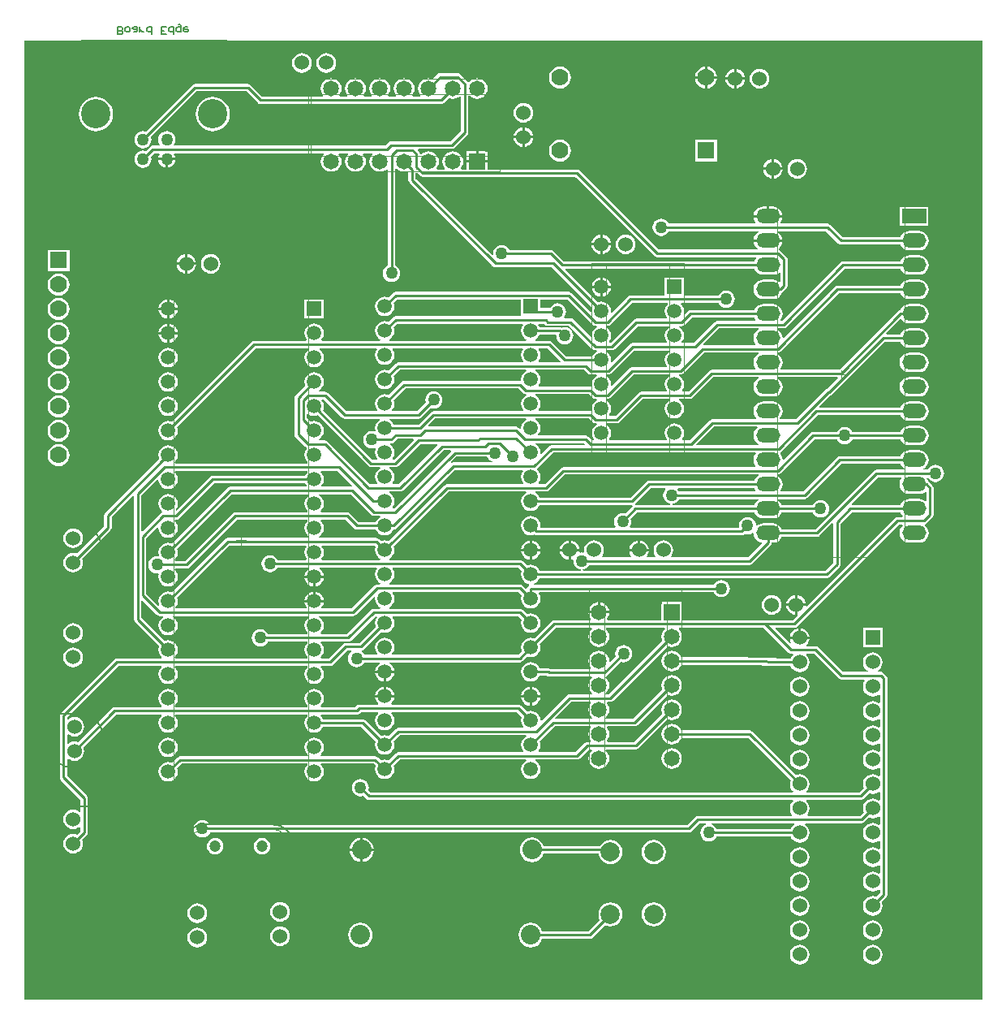
<source format=gbl>
G04 Layer_Physical_Order=2*
G04 Layer_Color=11436288*
%FSLAX25Y25*%
%MOIN*%
G70*
G01*
G75*
%ADD10C,0.01000*%
%ADD11C,0.00500*%
%ADD12C,0.00200*%
%ADD13C,0.00600*%
%ADD14C,0.00394*%
%ADD15C,0.00591*%
%ADD16C,0.00197*%
%ADD17C,0.06000*%
%ADD18R,0.06000X0.06000*%
%ADD19C,0.04724*%
%ADD20R,0.05906X0.05906*%
%ADD21C,0.05906*%
%ADD22C,0.07000*%
%ADD23R,0.07000X0.07000*%
%ADD24C,0.07874*%
%ADD25C,0.06500*%
%ADD26R,0.06500X0.06500*%
%ADD27R,0.09843X0.05906*%
%ADD28O,0.09843X0.05906*%
%ADD29R,0.06500X0.06500*%
%ADD30R,0.07000X0.07000*%
%ADD31C,0.12000*%
%ADD32C,0.05000*%
%ADD33C,0.08000*%
G36*
X100000Y100000D02*
X493701D01*
Y493701D01*
X100000D01*
Y100000D01*
D02*
G37*
%LPC*%
G36*
X205201Y140034D02*
X206245Y139897D01*
X207218Y139494D01*
X208054Y138853D01*
X208695Y138017D01*
X209098Y137044D01*
X209235Y136000D01*
X209098Y134956D01*
X208695Y133983D01*
X208054Y133147D01*
X207218Y132506D01*
X206245Y132103D01*
X205201Y131965D01*
X204157Y132103D01*
X203184Y132506D01*
X202348Y133147D01*
X201707Y133983D01*
X201304Y134956D01*
X201166Y136000D01*
X201304Y137044D01*
X201707Y138017D01*
X202348Y138853D01*
X203184Y139494D01*
X204157Y139897D01*
X205201Y140034D01*
D02*
G37*
G36*
X418701Y142534D02*
X419745Y142397D01*
X420718Y141994D01*
X421554Y141353D01*
X422195Y140517D01*
X422598Y139544D01*
X422735Y138500D01*
X422598Y137456D01*
X422195Y136483D01*
X421554Y135647D01*
X420718Y135006D01*
X419745Y134603D01*
X418701Y134466D01*
X417657Y134603D01*
X416683Y135006D01*
X415848Y135647D01*
X415207Y136483D01*
X414804Y137456D01*
X414666Y138500D01*
X414804Y139544D01*
X415207Y140517D01*
X415848Y141353D01*
X416683Y141994D01*
X417657Y142397D01*
X418701Y142534D01*
D02*
G37*
G36*
X114201Y378039D02*
X115375Y377884D01*
X116470Y377431D01*
X117410Y376709D01*
X118131Y375769D01*
X118585Y374675D01*
X118740Y373500D01*
X118585Y372325D01*
X118131Y371231D01*
X117410Y370291D01*
X116470Y369569D01*
X115375Y369116D01*
X114201Y368961D01*
X113026Y369116D01*
X111931Y369569D01*
X110991Y370291D01*
X110270Y371231D01*
X109817Y372325D01*
X109662Y373500D01*
X109817Y374675D01*
X110270Y375769D01*
X110991Y376709D01*
X111931Y377431D01*
X113026Y377884D01*
X114201Y378039D01*
D02*
G37*
G36*
X171201Y139534D02*
X172245Y139397D01*
X173218Y138994D01*
X174054Y138353D01*
X174695Y137517D01*
X175098Y136544D01*
X175235Y135500D01*
X175098Y134456D01*
X174695Y133483D01*
X174054Y132647D01*
X173218Y132006D01*
X172245Y131603D01*
X171201Y131465D01*
X170157Y131603D01*
X169184Y132006D01*
X168348Y132647D01*
X167707Y133483D01*
X167304Y134456D01*
X167166Y135500D01*
X167304Y136544D01*
X167707Y137517D01*
X168348Y138353D01*
X169184Y138994D01*
X170157Y139397D01*
X171201Y139534D01*
D02*
G37*
G36*
X159701Y373000D02*
X163122D01*
X163052Y372468D01*
X162654Y371507D01*
X162020Y370681D01*
X161194Y370047D01*
X160233Y369649D01*
X159701Y369579D01*
Y373000D01*
D02*
G37*
G36*
X463732Y365487D02*
X467669D01*
X468701Y365351D01*
X469663Y364953D01*
X470488Y364319D01*
X471122Y363493D01*
X471520Y362532D01*
X471656Y361500D01*
X471520Y360468D01*
X471122Y359507D01*
X470488Y358681D01*
X469663Y358047D01*
X468701Y357649D01*
X467669Y357513D01*
X463732D01*
X462700Y357649D01*
X461739Y358047D01*
X460913Y358681D01*
X460280Y359507D01*
X459881Y360468D01*
X459745Y361500D01*
X459881Y362532D01*
X460280Y363493D01*
X460913Y364319D01*
X461739Y364953D01*
X462700Y365351D01*
X463732Y365487D01*
D02*
G37*
G36*
X418701Y162534D02*
X419745Y162397D01*
X420718Y161994D01*
X421554Y161353D01*
X422195Y160517D01*
X422598Y159544D01*
X422735Y158500D01*
X422598Y157456D01*
X422195Y156483D01*
X421554Y155647D01*
X420718Y155006D01*
X419745Y154603D01*
X418701Y154465D01*
X417657Y154603D01*
X416683Y155006D01*
X415848Y155647D01*
X415207Y156483D01*
X414804Y157456D01*
X414666Y158500D01*
X414804Y159544D01*
X415207Y160517D01*
X415848Y161353D01*
X416683Y161994D01*
X417657Y162397D01*
X418701Y162534D01*
D02*
G37*
G36*
X358701Y165570D02*
X359990Y165401D01*
X361191Y164903D01*
X362222Y164112D01*
X363013Y163080D01*
X363511Y161879D01*
X363680Y160591D01*
X363511Y159302D01*
X363013Y158101D01*
X362222Y157070D01*
X361191Y156278D01*
X359990Y155781D01*
X358701Y155611D01*
X357412Y155781D01*
X356211Y156278D01*
X355180Y157070D01*
X354388Y158101D01*
X353891Y159302D01*
X353721Y160591D01*
X353891Y161879D01*
X354388Y163080D01*
X355180Y164112D01*
X356211Y164903D01*
X357412Y165401D01*
X358701Y165570D01*
D02*
G37*
G36*
X418701Y152534D02*
X419745Y152397D01*
X420718Y151994D01*
X421554Y151353D01*
X422195Y150517D01*
X422598Y149544D01*
X422735Y148500D01*
X422598Y147456D01*
X422195Y146483D01*
X421554Y145647D01*
X420718Y145006D01*
X419745Y144603D01*
X418701Y144465D01*
X417657Y144603D01*
X416683Y145006D01*
X415848Y145647D01*
X415207Y146483D01*
X414804Y147456D01*
X414666Y148500D01*
X414804Y149544D01*
X415207Y150517D01*
X415848Y151353D01*
X416683Y151994D01*
X417657Y152397D01*
X418701Y152534D01*
D02*
G37*
G36*
X159201Y367487D02*
X160233Y367351D01*
X161194Y366953D01*
X162020Y366319D01*
X162654Y365493D01*
X163052Y364532D01*
X163188Y363500D01*
X163052Y362468D01*
X162654Y361507D01*
X162020Y360681D01*
X161194Y360047D01*
X160233Y359649D01*
X159201Y359513D01*
X158169Y359649D01*
X157207Y360047D01*
X156382Y360681D01*
X155748Y361507D01*
X155350Y362468D01*
X155214Y363500D01*
X155350Y364532D01*
X155748Y365493D01*
X156382Y366319D01*
X157207Y366953D01*
X158169Y367351D01*
X159201Y367487D01*
D02*
G37*
G36*
X114201Y368039D02*
X115375Y367884D01*
X116470Y367431D01*
X117410Y366709D01*
X118131Y365769D01*
X118585Y364675D01*
X118740Y363500D01*
X118585Y362325D01*
X118131Y361231D01*
X117410Y360291D01*
X116470Y359569D01*
X115375Y359116D01*
X114201Y358961D01*
X113026Y359116D01*
X111931Y359569D01*
X110991Y360291D01*
X110270Y361231D01*
X109817Y362325D01*
X109662Y363500D01*
X109817Y364675D01*
X110270Y365769D01*
X110991Y366709D01*
X111931Y367431D01*
X113026Y367884D01*
X114201Y368039D01*
D02*
G37*
G36*
X155280Y373000D02*
X158701D01*
Y369579D01*
X158169Y369649D01*
X157207Y370047D01*
X156382Y370681D01*
X155748Y371507D01*
X155350Y372468D01*
X155280Y373000D01*
D02*
G37*
G36*
Y383000D02*
X158701D01*
Y379579D01*
X158169Y379649D01*
X157207Y380047D01*
X156382Y380681D01*
X155748Y381507D01*
X155350Y382468D01*
X155280Y383000D01*
D02*
G37*
G36*
X159701D02*
X163122D01*
X163052Y382468D01*
X162654Y381507D01*
X162020Y380681D01*
X161194Y380047D01*
X160233Y379649D01*
X159701Y379579D01*
Y383000D01*
D02*
G37*
G36*
X215248Y387453D02*
X223153D01*
Y379547D01*
X215248D01*
Y387453D01*
D02*
G37*
G36*
X158701Y387421D02*
Y384000D01*
X155280D01*
X155350Y384532D01*
X155748Y385493D01*
X156382Y386319D01*
X157207Y386953D01*
X158169Y387351D01*
X158701Y387421D01*
D02*
G37*
G36*
X159701D02*
X160233Y387351D01*
X161194Y386953D01*
X162020Y386319D01*
X162654Y385493D01*
X163052Y384532D01*
X163122Y384000D01*
X159701D01*
Y387421D01*
D02*
G37*
G36*
X205201Y130034D02*
X206245Y129897D01*
X207218Y129494D01*
X208054Y128853D01*
X208695Y128017D01*
X209098Y127044D01*
X209235Y126000D01*
X209098Y124956D01*
X208695Y123983D01*
X208054Y123147D01*
X207218Y122506D01*
X206245Y122103D01*
X205201Y121966D01*
X204157Y122103D01*
X203184Y122506D01*
X202348Y123147D01*
X201707Y123983D01*
X201304Y124956D01*
X201166Y126000D01*
X201304Y127044D01*
X201707Y128017D01*
X202348Y128853D01*
X203184Y129494D01*
X204157Y129897D01*
X205201Y130034D01*
D02*
G37*
G36*
X159701Y377421D02*
X160233Y377351D01*
X161194Y376953D01*
X162020Y376319D01*
X162654Y375493D01*
X163052Y374532D01*
X163122Y374000D01*
X159701D01*
Y377421D01*
D02*
G37*
G36*
X418701Y132535D02*
X419745Y132397D01*
X420718Y131994D01*
X421554Y131353D01*
X422195Y130517D01*
X422598Y129544D01*
X422735Y128500D01*
X422598Y127456D01*
X422195Y126483D01*
X421554Y125647D01*
X420718Y125006D01*
X419745Y124603D01*
X418701Y124466D01*
X417657Y124603D01*
X416683Y125006D01*
X415848Y125647D01*
X415207Y126483D01*
X414804Y127456D01*
X414666Y128500D01*
X414804Y129544D01*
X415207Y130517D01*
X415848Y131353D01*
X416683Y131994D01*
X417657Y132397D01*
X418701Y132535D01*
D02*
G37*
G36*
X358701Y139980D02*
X359990Y139810D01*
X361191Y139313D01*
X362222Y138521D01*
X363013Y137490D01*
X363511Y136289D01*
X363680Y135000D01*
X363511Y133711D01*
X363013Y132510D01*
X362222Y131479D01*
X361191Y130687D01*
X359990Y130190D01*
X358701Y130020D01*
X357412Y130190D01*
X356211Y130687D01*
X355180Y131479D01*
X354388Y132510D01*
X353891Y133711D01*
X353721Y135000D01*
X353891Y136289D01*
X354388Y137490D01*
X355180Y138521D01*
X356211Y139313D01*
X357412Y139810D01*
X358701Y139980D01*
D02*
G37*
G36*
X114201Y388039D02*
X115375Y387884D01*
X116470Y387431D01*
X117410Y386709D01*
X118131Y385769D01*
X118585Y384675D01*
X118740Y383500D01*
X118585Y382325D01*
X118131Y381231D01*
X117410Y380291D01*
X116470Y379569D01*
X115375Y379116D01*
X114201Y378961D01*
X113026Y379116D01*
X111931Y379569D01*
X110991Y380291D01*
X110270Y381231D01*
X109817Y382325D01*
X109662Y383500D01*
X109817Y384675D01*
X110270Y385769D01*
X110991Y386709D01*
X111931Y387431D01*
X113026Y387884D01*
X114201Y388039D01*
D02*
G37*
G36*
X448701Y132535D02*
X449745Y132397D01*
X450718Y131994D01*
X451554Y131353D01*
X452195Y130517D01*
X452598Y129544D01*
X452735Y128500D01*
X452598Y127456D01*
X452195Y126483D01*
X451554Y125647D01*
X450718Y125006D01*
X449745Y124603D01*
X448701Y124466D01*
X447657Y124603D01*
X446684Y125006D01*
X445848Y125647D01*
X445207Y126483D01*
X444804Y127456D01*
X444666Y128500D01*
X444804Y129544D01*
X445207Y130517D01*
X445848Y131353D01*
X446684Y131994D01*
X447657Y132397D01*
X448701Y132535D01*
D02*
G37*
G36*
X158701Y377421D02*
Y374000D01*
X155280D01*
X155350Y374532D01*
X155748Y375493D01*
X156382Y376319D01*
X157207Y376953D01*
X158169Y377351D01*
X158701Y377421D01*
D02*
G37*
G36*
X239201Y161000D02*
X243678D01*
X243572Y160195D01*
X243069Y158978D01*
X242267Y157934D01*
X241223Y157132D01*
X240006Y156629D01*
X239201Y156523D01*
Y161000D01*
D02*
G37*
G36*
X418701Y212534D02*
X419745Y212397D01*
X420718Y211994D01*
X421554Y211353D01*
X422195Y210517D01*
X422598Y209544D01*
X422735Y208500D01*
X422598Y207456D01*
X422195Y206483D01*
X421554Y205647D01*
X420718Y205006D01*
X419745Y204603D01*
X418701Y204466D01*
X417657Y204603D01*
X416683Y205006D01*
X415848Y205647D01*
X415207Y206483D01*
X414804Y207456D01*
X414666Y208500D01*
X414804Y209544D01*
X415207Y210517D01*
X415848Y211353D01*
X416683Y211994D01*
X417657Y212397D01*
X418701Y212534D01*
D02*
G37*
G36*
Y222534D02*
X419745Y222397D01*
X420718Y221994D01*
X421554Y221353D01*
X422195Y220517D01*
X422598Y219544D01*
X422735Y218500D01*
X422598Y217456D01*
X422195Y216483D01*
X421554Y215647D01*
X420718Y215006D01*
X419745Y214603D01*
X418701Y214465D01*
X417657Y214603D01*
X416683Y215006D01*
X415848Y215647D01*
X415207Y216483D01*
X414804Y217456D01*
X414666Y218500D01*
X414804Y219544D01*
X415207Y220517D01*
X415848Y221353D01*
X416683Y221994D01*
X417657Y222397D01*
X418701Y222534D01*
D02*
G37*
G36*
Y232535D02*
X419745Y232397D01*
X420718Y231994D01*
X421554Y231353D01*
X422195Y230517D01*
X422598Y229544D01*
X422735Y228500D01*
X422598Y227456D01*
X422195Y226483D01*
X421554Y225647D01*
X420718Y225006D01*
X419745Y224603D01*
X418701Y224465D01*
X417657Y224603D01*
X416683Y225006D01*
X415848Y225647D01*
X415207Y226483D01*
X414804Y227456D01*
X414666Y228500D01*
X414804Y229544D01*
X415207Y230517D01*
X415848Y231353D01*
X416683Y231994D01*
X417657Y232397D01*
X418701Y232535D01*
D02*
G37*
G36*
X366201Y203287D02*
X367310Y203141D01*
X368344Y202712D01*
X369232Y202031D01*
X369913Y201143D01*
X370341Y200110D01*
X370487Y199000D01*
X370341Y197890D01*
X369913Y196857D01*
X369232Y195969D01*
X368344Y195288D01*
X367310Y194859D01*
X366201Y194713D01*
X365091Y194859D01*
X364057Y195288D01*
X363170Y195969D01*
X362488Y196857D01*
X362060Y197890D01*
X361914Y199000D01*
X362060Y200110D01*
X362488Y201143D01*
X363170Y202031D01*
X364057Y202712D01*
X365091Y203141D01*
X366201Y203287D01*
D02*
G37*
G36*
X159201Y207487D02*
X160233Y207351D01*
X161194Y206953D01*
X162020Y206319D01*
X162654Y205493D01*
X163052Y204532D01*
X163188Y203500D01*
X163052Y202468D01*
X162654Y201507D01*
X162020Y200681D01*
X161194Y200047D01*
X160233Y199649D01*
X159201Y199513D01*
X158169Y199649D01*
X157207Y200047D01*
X156382Y200681D01*
X155748Y201507D01*
X155350Y202468D01*
X155214Y203500D01*
X155350Y204532D01*
X155748Y205493D01*
X156382Y206319D01*
X157207Y206953D01*
X158169Y207351D01*
X159201Y207487D01*
D02*
G37*
G36*
X114201Y328039D02*
X115375Y327884D01*
X116470Y327431D01*
X117410Y326709D01*
X118131Y325769D01*
X118585Y324675D01*
X118740Y323500D01*
X118585Y322325D01*
X118131Y321231D01*
X117410Y320291D01*
X116470Y319569D01*
X115375Y319116D01*
X114201Y318961D01*
X113026Y319116D01*
X111931Y319569D01*
X110991Y320291D01*
X110270Y321231D01*
X109817Y322325D01*
X109662Y323500D01*
X109817Y324675D01*
X110270Y325769D01*
X110991Y326709D01*
X111931Y327431D01*
X113026Y327884D01*
X114201Y328039D01*
D02*
G37*
G36*
X419201Y252469D02*
X419745Y252397D01*
X420718Y251994D01*
X421554Y251353D01*
X422195Y250517D01*
X422598Y249544D01*
X422670Y249000D01*
X419201D01*
Y252469D01*
D02*
G37*
G36*
X418201D02*
Y249000D01*
X414732D01*
X414804Y249544D01*
X415207Y250517D01*
X415848Y251353D01*
X416683Y251994D01*
X417657Y252397D01*
X418201Y252469D01*
D02*
G37*
G36*
X120184Y293485D02*
X121228Y293348D01*
X122201Y292945D01*
X123036Y292304D01*
X123678Y291468D01*
X124081Y290495D01*
X124218Y289451D01*
X124081Y288407D01*
X123678Y287434D01*
X123036Y286598D01*
X122201Y285957D01*
X121228Y285554D01*
X120184Y285416D01*
X119139Y285554D01*
X118166Y285957D01*
X117331Y286598D01*
X116690Y287434D01*
X116287Y288407D01*
X116149Y289451D01*
X116287Y290495D01*
X116690Y291468D01*
X117331Y292304D01*
X118166Y292945D01*
X119139Y293348D01*
X120184Y293485D01*
D02*
G37*
G36*
X120201Y244534D02*
X121245Y244397D01*
X122218Y243994D01*
X123054Y243353D01*
X123695Y242517D01*
X124098Y241544D01*
X124235Y240500D01*
X124098Y239456D01*
X123695Y238483D01*
X123054Y237647D01*
X122218Y237006D01*
X121245Y236603D01*
X120201Y236466D01*
X119157Y236603D01*
X118184Y237006D01*
X117348Y237647D01*
X116707Y238483D01*
X116304Y239456D01*
X116166Y240500D01*
X116304Y241544D01*
X116707Y242517D01*
X117348Y243353D01*
X118184Y243994D01*
X119157Y244397D01*
X120201Y244534D01*
D02*
G37*
G36*
X444701Y252500D02*
X452701D01*
Y244500D01*
X444701D01*
Y252500D01*
D02*
G37*
G36*
X120201Y254535D02*
X121245Y254397D01*
X122218Y253994D01*
X123054Y253353D01*
X123695Y252517D01*
X124098Y251544D01*
X124235Y250500D01*
X124098Y249456D01*
X123695Y248483D01*
X123054Y247647D01*
X122218Y247006D01*
X121245Y246603D01*
X120201Y246465D01*
X119157Y246603D01*
X118184Y247006D01*
X117348Y247647D01*
X116707Y248483D01*
X116304Y249456D01*
X116166Y250500D01*
X116304Y251544D01*
X116707Y252517D01*
X117348Y253353D01*
X118184Y253994D01*
X119157Y254397D01*
X120201Y254535D01*
D02*
G37*
G36*
X418701Y202535D02*
X419745Y202397D01*
X420718Y201994D01*
X421554Y201353D01*
X422195Y200517D01*
X422598Y199544D01*
X422735Y198500D01*
X422598Y197456D01*
X422195Y196483D01*
X421554Y195647D01*
X420718Y195006D01*
X419745Y194603D01*
X418701Y194465D01*
X417657Y194603D01*
X416683Y195006D01*
X415848Y195647D01*
X415207Y196483D01*
X414804Y197456D01*
X414666Y198500D01*
X414804Y199544D01*
X415207Y200517D01*
X415848Y201353D01*
X416683Y201994D01*
X417657Y202397D01*
X418701Y202535D01*
D02*
G37*
G36*
X463732Y355487D02*
X467669D01*
X468701Y355351D01*
X469663Y354953D01*
X470488Y354319D01*
X471122Y353493D01*
X471520Y352532D01*
X471656Y351500D01*
X471520Y350468D01*
X471122Y349507D01*
X470488Y348681D01*
X469663Y348047D01*
X468701Y347649D01*
X467669Y347513D01*
X463732D01*
X462700Y347649D01*
X461739Y348047D01*
X460913Y348681D01*
X460280Y349507D01*
X459881Y350468D01*
X459745Y351500D01*
X459881Y352532D01*
X460280Y353493D01*
X460913Y354319D01*
X461739Y354953D01*
X462700Y355351D01*
X463732Y355487D01*
D02*
G37*
G36*
X197807Y166391D02*
X198685Y166276D01*
X199503Y165937D01*
X200205Y165398D01*
X200744Y164696D01*
X201083Y163878D01*
X201198Y163000D01*
X201083Y162122D01*
X200744Y161304D01*
X200205Y160602D01*
X199503Y160063D01*
X198685Y159724D01*
X197807Y159609D01*
X196929Y159724D01*
X196111Y160063D01*
X195409Y160602D01*
X194870Y161304D01*
X194531Y162122D01*
X194416Y163000D01*
X194531Y163878D01*
X194870Y164696D01*
X195409Y165398D01*
X196111Y165937D01*
X196929Y166276D01*
X197807Y166391D01*
D02*
G37*
G36*
X178594D02*
X179472Y166276D01*
X180290Y165937D01*
X180992Y165398D01*
X181531Y164696D01*
X181870Y163878D01*
X181986Y163000D01*
X181870Y162122D01*
X181531Y161304D01*
X180992Y160602D01*
X180290Y160063D01*
X179472Y159724D01*
X178594Y159609D01*
X177717Y159724D01*
X176899Y160063D01*
X176196Y160602D01*
X175657Y161304D01*
X175319Y162122D01*
X175203Y163000D01*
X175319Y163878D01*
X175657Y164696D01*
X176196Y165398D01*
X176899Y165937D01*
X177717Y166276D01*
X178594Y166391D01*
D02*
G37*
G36*
X159201Y357487D02*
X160233Y357351D01*
X161194Y356953D01*
X162020Y356319D01*
X162654Y355493D01*
X163052Y354532D01*
X163188Y353500D01*
X163052Y352468D01*
X162654Y351507D01*
X162020Y350681D01*
X161194Y350047D01*
X160233Y349649D01*
X159201Y349513D01*
X158169Y349649D01*
X157207Y350047D01*
X156382Y350681D01*
X155748Y351507D01*
X155350Y352468D01*
X155214Y353500D01*
X155350Y354532D01*
X155748Y355493D01*
X156382Y356319D01*
X157207Y356953D01*
X158169Y357351D01*
X159201Y357487D01*
D02*
G37*
G36*
X114201Y358039D02*
X115375Y357884D01*
X116470Y357431D01*
X117410Y356709D01*
X118131Y355769D01*
X118585Y354675D01*
X118740Y353500D01*
X118585Y352325D01*
X118131Y351231D01*
X117410Y350291D01*
X116470Y349569D01*
X115375Y349116D01*
X114201Y348961D01*
X113026Y349116D01*
X111931Y349569D01*
X110991Y350291D01*
X110270Y351231D01*
X109817Y352325D01*
X109662Y353500D01*
X109817Y354675D01*
X110270Y355769D01*
X110991Y356709D01*
X111931Y357431D01*
X113026Y357884D01*
X114201Y358039D01*
D02*
G37*
G36*
X233724Y161000D02*
X238201D01*
Y156523D01*
X237396Y156629D01*
X236180Y157132D01*
X235135Y157934D01*
X234334Y158978D01*
X233830Y160195D01*
X233724Y161000D01*
D02*
G37*
G36*
X114201Y348039D02*
X115375Y347884D01*
X116470Y347431D01*
X117410Y346709D01*
X118131Y345769D01*
X118585Y344675D01*
X118740Y343500D01*
X118585Y342325D01*
X118131Y341231D01*
X117410Y340291D01*
X116470Y339569D01*
X115375Y339116D01*
X114201Y338961D01*
X113026Y339116D01*
X111931Y339569D01*
X110991Y340291D01*
X110270Y341231D01*
X109817Y342325D01*
X109662Y343500D01*
X109817Y344675D01*
X110270Y345769D01*
X110991Y346709D01*
X111931Y347431D01*
X113026Y347884D01*
X114201Y348039D01*
D02*
G37*
G36*
X308701Y166543D02*
X310006Y166371D01*
X311223Y165867D01*
X312267Y165066D01*
X313069Y164022D01*
X313480Y163029D01*
X336651D01*
X336672Y163080D01*
X337463Y164112D01*
X338494Y164903D01*
X339695Y165401D01*
X340984Y165570D01*
X342273Y165401D01*
X343474Y164903D01*
X344505Y164112D01*
X345297Y163080D01*
X345794Y161879D01*
X345964Y160591D01*
X345794Y159302D01*
X345297Y158101D01*
X344505Y157070D01*
X343474Y156278D01*
X342273Y155781D01*
X340984Y155611D01*
X339695Y155781D01*
X338494Y156278D01*
X337463Y157070D01*
X336672Y158101D01*
X336174Y159302D01*
X336086Y159971D01*
X313480D01*
X313069Y158978D01*
X312267Y157934D01*
X311223Y157132D01*
X310006Y156629D01*
X308701Y156457D01*
X307396Y156629D01*
X306180Y157132D01*
X305135Y157934D01*
X304334Y158978D01*
X303830Y160195D01*
X303658Y161500D01*
X303830Y162805D01*
X304334Y164022D01*
X305135Y165066D01*
X306180Y165867D01*
X307396Y166371D01*
X308701Y166543D01*
D02*
G37*
G36*
X114201Y338039D02*
X115375Y337884D01*
X116470Y337431D01*
X117410Y336709D01*
X118131Y335769D01*
X118585Y334675D01*
X118740Y333500D01*
X118585Y332325D01*
X118131Y331231D01*
X117410Y330291D01*
X116470Y329569D01*
X115375Y329116D01*
X114201Y328961D01*
X113026Y329116D01*
X111931Y329569D01*
X110991Y330291D01*
X110270Y331231D01*
X109817Y332325D01*
X109662Y333500D01*
X109817Y334675D01*
X110270Y335769D01*
X110991Y336709D01*
X111931Y337431D01*
X113026Y337884D01*
X114201Y338039D01*
D02*
G37*
G36*
X239201Y166477D02*
X240006Y166371D01*
X241223Y165867D01*
X242267Y165066D01*
X243069Y164022D01*
X243572Y162805D01*
X243678Y162000D01*
X239201D01*
Y166477D01*
D02*
G37*
G36*
X159201Y347487D02*
X160233Y347351D01*
X161194Y346953D01*
X162020Y346319D01*
X162654Y345493D01*
X163052Y344532D01*
X163188Y343500D01*
X163052Y342468D01*
X162654Y341507D01*
X162020Y340681D01*
X161194Y340047D01*
X160233Y339649D01*
X159201Y339513D01*
X158169Y339649D01*
X157207Y340047D01*
X156382Y340681D01*
X155748Y341507D01*
X155350Y342468D01*
X155214Y343500D01*
X155350Y344532D01*
X155748Y345493D01*
X156382Y346319D01*
X157207Y346953D01*
X158169Y347351D01*
X159201Y347487D01*
D02*
G37*
G36*
X238201Y166477D02*
Y162000D01*
X233724D01*
X233830Y162805D01*
X234334Y164022D01*
X235135Y165066D01*
X236180Y165867D01*
X237396Y166371D01*
X238201Y166477D01*
D02*
G37*
G36*
X337701Y392000D02*
X341122D01*
X341052Y391468D01*
X340653Y390507D01*
X340020Y389681D01*
X339194Y389047D01*
X338233Y388649D01*
X337701Y388579D01*
Y392000D01*
D02*
G37*
G36*
X304701Y457969D02*
Y454500D01*
X301232D01*
X301304Y455044D01*
X301707Y456017D01*
X302348Y456853D01*
X303184Y457494D01*
X304157Y457897D01*
X304701Y457969D01*
D02*
G37*
G36*
X305701D02*
X306245Y457897D01*
X307218Y457494D01*
X308054Y456853D01*
X308695Y456017D01*
X309098Y455044D01*
X309170Y454500D01*
X305701D01*
Y457969D01*
D02*
G37*
G36*
X301232Y453500D02*
X304701D01*
Y450031D01*
X304157Y450103D01*
X303184Y450506D01*
X302348Y451147D01*
X301707Y451983D01*
X301304Y452956D01*
X301232Y453500D01*
D02*
G37*
G36*
X305201Y468035D02*
X306245Y467897D01*
X307218Y467494D01*
X308054Y466853D01*
X308695Y466017D01*
X309098Y465044D01*
X309235Y464000D01*
X309098Y462956D01*
X308695Y461983D01*
X308054Y461147D01*
X307218Y460506D01*
X306245Y460103D01*
X305201Y459966D01*
X304157Y460103D01*
X303184Y460506D01*
X302348Y461147D01*
X301707Y461983D01*
X301304Y462956D01*
X301166Y464000D01*
X301304Y465044D01*
X301707Y466017D01*
X302348Y466853D01*
X303184Y467494D01*
X304157Y467897D01*
X305201Y468035D01*
D02*
G37*
G36*
X129601Y470534D02*
X130973Y470399D01*
X132292Y469998D01*
X133509Y469348D01*
X134574Y468474D01*
X135449Y467408D01*
X136099Y466192D01*
X136500Y464872D01*
X136635Y463500D01*
X136500Y462128D01*
X136099Y460808D01*
X135449Y459592D01*
X134574Y458526D01*
X133509Y457652D01*
X132292Y457002D01*
X130973Y456601D01*
X129601Y456466D01*
X128228Y456601D01*
X126909Y457002D01*
X125693Y457652D01*
X124627Y458526D01*
X123752Y459592D01*
X123102Y460808D01*
X122702Y462128D01*
X122567Y463500D01*
X122702Y464872D01*
X123102Y466192D01*
X123752Y467408D01*
X124627Y468474D01*
X125693Y469348D01*
X126909Y469998D01*
X128228Y470399D01*
X129601Y470534D01*
D02*
G37*
G36*
X177601D02*
X178973Y470399D01*
X180292Y469998D01*
X181509Y469348D01*
X182574Y468474D01*
X183449Y467408D01*
X184099Y466192D01*
X184500Y464872D01*
X184635Y463500D01*
X184500Y462128D01*
X184099Y460808D01*
X183449Y459592D01*
X182574Y458526D01*
X181509Y457652D01*
X180292Y457002D01*
X178973Y456601D01*
X177601Y456466D01*
X176228Y456601D01*
X174909Y457002D01*
X173693Y457652D01*
X172627Y458526D01*
X171752Y459592D01*
X171102Y460808D01*
X170702Y462128D01*
X170567Y463500D01*
X170702Y464872D01*
X171102Y466192D01*
X171752Y467408D01*
X172627Y468474D01*
X173693Y469348D01*
X174909Y469998D01*
X176228Y470399D01*
X177601Y470534D01*
D02*
G37*
G36*
X375701Y453000D02*
X384701D01*
Y444000D01*
X375701D01*
Y453000D01*
D02*
G37*
G36*
X320201Y453039D02*
X321375Y452884D01*
X322470Y452431D01*
X323410Y451709D01*
X324131Y450769D01*
X324585Y449675D01*
X324740Y448500D01*
X324585Y447325D01*
X324131Y446231D01*
X323410Y445291D01*
X322470Y444569D01*
X321375Y444116D01*
X320201Y443961D01*
X319026Y444116D01*
X317931Y444569D01*
X316991Y445291D01*
X316270Y446231D01*
X315817Y447325D01*
X315662Y448500D01*
X315817Y449675D01*
X316270Y450769D01*
X316991Y451709D01*
X317931Y452431D01*
X319026Y452884D01*
X320201Y453039D01*
D02*
G37*
G36*
X155236Y444500D02*
X158201D01*
Y441536D01*
X157787Y441590D01*
X156936Y441943D01*
X156204Y442504D01*
X155643Y443235D01*
X155291Y444086D01*
X155236Y444500D01*
D02*
G37*
G36*
X305701Y453500D02*
X309170D01*
X309098Y452956D01*
X308695Y451983D01*
X308054Y451147D01*
X307218Y450506D01*
X306245Y450103D01*
X305701Y450031D01*
Y453500D01*
D02*
G37*
G36*
X281951Y448250D02*
X285701D01*
Y444500D01*
X281951D01*
Y448250D01*
D02*
G37*
G36*
X286701D02*
X290451D01*
Y444500D01*
X286701D01*
Y448250D01*
D02*
G37*
G36*
X320201Y483039D02*
X321375Y482884D01*
X322470Y482431D01*
X323410Y481709D01*
X324131Y480769D01*
X324585Y479675D01*
X324740Y478500D01*
X324585Y477325D01*
X324131Y476231D01*
X323410Y475291D01*
X322470Y474569D01*
X321375Y474116D01*
X320201Y473961D01*
X319026Y474116D01*
X317931Y474569D01*
X316991Y475291D01*
X316270Y476231D01*
X315817Y477325D01*
X315662Y478500D01*
X315817Y479675D01*
X316270Y480769D01*
X316991Y481709D01*
X317931Y482431D01*
X319026Y482884D01*
X320201Y483039D01*
D02*
G37*
G36*
X380701Y482973D02*
X381376Y482884D01*
X382470Y482431D01*
X383410Y481709D01*
X384132Y480769D01*
X384585Y479675D01*
X384674Y479000D01*
X380701D01*
Y482973D01*
D02*
G37*
G36*
X391701Y481969D02*
Y478500D01*
X388232D01*
X388304Y479044D01*
X388707Y480017D01*
X389348Y480853D01*
X390183Y481494D01*
X391157Y481897D01*
X391701Y481969D01*
D02*
G37*
G36*
X392701D02*
X393245Y481897D01*
X394218Y481494D01*
X395054Y480853D01*
X395695Y480017D01*
X396098Y479044D01*
X396169Y478500D01*
X392701D01*
Y481969D01*
D02*
G37*
G36*
X214201Y488534D02*
X215245Y488397D01*
X216218Y487994D01*
X217054Y487353D01*
X217695Y486517D01*
X218098Y485544D01*
X218235Y484500D01*
X218098Y483456D01*
X217695Y482483D01*
X217054Y481647D01*
X216218Y481006D01*
X215245Y480603D01*
X214201Y480466D01*
X213157Y480603D01*
X212183Y481006D01*
X211348Y481647D01*
X210707Y482483D01*
X210304Y483456D01*
X210166Y484500D01*
X210304Y485544D01*
X210707Y486517D01*
X211348Y487353D01*
X212183Y487994D01*
X213157Y488397D01*
X214201Y488534D01*
D02*
G37*
G36*
X224201D02*
X225245Y488397D01*
X226218Y487994D01*
X227054Y487353D01*
X227695Y486517D01*
X228098Y485544D01*
X228235Y484500D01*
X228098Y483456D01*
X227695Y482483D01*
X227054Y481647D01*
X226218Y481006D01*
X225245Y480603D01*
X224201Y480466D01*
X223157Y480603D01*
X222183Y481006D01*
X221348Y481647D01*
X220707Y482483D01*
X220304Y483456D01*
X220166Y484500D01*
X220304Y485544D01*
X220707Y486517D01*
X221348Y487353D01*
X222183Y487994D01*
X223157Y488397D01*
X224201Y488534D01*
D02*
G37*
G36*
X379701Y482973D02*
Y479000D01*
X375728D01*
X375817Y479675D01*
X376270Y480769D01*
X376991Y481709D01*
X377931Y482431D01*
X379026Y482884D01*
X379701Y482973D01*
D02*
G37*
G36*
X375728Y478000D02*
X379701D01*
Y474027D01*
X379026Y474116D01*
X377931Y474569D01*
X376991Y475291D01*
X376270Y476231D01*
X375817Y477325D01*
X375728Y478000D01*
D02*
G37*
G36*
X380701D02*
X384674D01*
X384585Y477325D01*
X384132Y476231D01*
X383410Y475291D01*
X382470Y474569D01*
X381376Y474116D01*
X380701Y474027D01*
Y478000D01*
D02*
G37*
G36*
X402201Y482034D02*
X403245Y481897D01*
X404218Y481494D01*
X405054Y480853D01*
X405695Y480017D01*
X406098Y479044D01*
X406235Y478000D01*
X406098Y476956D01*
X405695Y475983D01*
X405054Y475147D01*
X404218Y474506D01*
X403245Y474103D01*
X402201Y473966D01*
X401157Y474103D01*
X400183Y474506D01*
X399348Y475147D01*
X398707Y475983D01*
X398304Y476956D01*
X398166Y478000D01*
X398304Y479044D01*
X398707Y480017D01*
X399348Y480853D01*
X400183Y481494D01*
X401157Y481897D01*
X402201Y482034D01*
D02*
G37*
G36*
X271001Y480329D02*
X278201D01*
X278786Y480213D01*
X279282Y479881D01*
X282082Y477081D01*
X282313Y476736D01*
X282873Y476645D01*
X283170Y477031D01*
X284057Y477712D01*
X285091Y478141D01*
X286201Y478287D01*
X287310Y478141D01*
X288344Y477712D01*
X289232Y477031D01*
X289913Y476143D01*
X290341Y475109D01*
X290487Y474000D01*
X290341Y472891D01*
X289913Y471857D01*
X289232Y470969D01*
X288344Y470288D01*
X287310Y469859D01*
X286201Y469713D01*
X285091Y469859D01*
X284057Y470288D01*
X283170Y470969D01*
X283004Y471185D01*
X282530Y471025D01*
Y456000D01*
X282414Y455415D01*
X282082Y454919D01*
X276832Y449669D01*
X276336Y449337D01*
X275751Y449221D01*
X261996D01*
X261805Y448759D01*
X262282Y448281D01*
X262614Y447785D01*
X262718Y447263D01*
X262945Y447144D01*
X263230Y447078D01*
X264057Y447712D01*
X265091Y448141D01*
X266201Y448287D01*
X267310Y448141D01*
X268344Y447712D01*
X269232Y447031D01*
X269913Y446143D01*
X270341Y445110D01*
X270487Y444000D01*
X270341Y442891D01*
X269913Y441857D01*
X269470Y441279D01*
X269717Y440779D01*
X272685D01*
X272931Y441279D01*
X272488Y441857D01*
X272060Y442891D01*
X271914Y444000D01*
X272060Y445110D01*
X272488Y446143D01*
X273170Y447031D01*
X274057Y447712D01*
X275091Y448141D01*
X276201Y448287D01*
X277310Y448141D01*
X278344Y447712D01*
X279232Y447031D01*
X279913Y446143D01*
X280341Y445110D01*
X280487Y444000D01*
X280341Y442891D01*
X279913Y441857D01*
X279470Y441279D01*
X279717Y440779D01*
X281951D01*
Y443500D01*
X290451D01*
Y440779D01*
X327251D01*
X327836Y440663D01*
X328332Y440331D01*
X360834Y407829D01*
X401201D01*
X401371Y408329D01*
X400913Y408681D01*
X400280Y409507D01*
X399881Y410468D01*
X399811Y411000D01*
X411590D01*
X411520Y410468D01*
X411122Y409507D01*
X410488Y408681D01*
X410014Y408317D01*
X410139Y407782D01*
X410486Y407713D01*
X410982Y407381D01*
X413282Y405081D01*
X413614Y404585D01*
X413730Y404000D01*
Y393000D01*
X413614Y392415D01*
X413282Y391919D01*
X411782Y390419D01*
X411392Y390158D01*
X411122Y389507D01*
X410488Y388681D01*
X409663Y388047D01*
X408701Y387649D01*
X407669Y387513D01*
X403732D01*
X402700Y387649D01*
X401739Y388047D01*
X400913Y388681D01*
X400280Y389507D01*
X399881Y390468D01*
X399745Y391500D01*
X399881Y392532D01*
X400280Y393493D01*
X400913Y394319D01*
X401739Y394953D01*
X402700Y395351D01*
X403732Y395487D01*
X407669D01*
X408701Y395351D01*
X409663Y394953D01*
X410171Y394562D01*
X410671Y394809D01*
Y398191D01*
X410171Y398438D01*
X409663Y398047D01*
X408701Y397649D01*
X407669Y397513D01*
X403732D01*
X402700Y397649D01*
X401739Y398047D01*
X400913Y398681D01*
X400280Y399507D01*
X400087Y399971D01*
X322546D01*
X322355Y399509D01*
X335705Y386159D01*
X336169Y386351D01*
X337201Y386487D01*
X338233Y386351D01*
X339194Y385953D01*
X340020Y385319D01*
X340653Y384493D01*
X341052Y383532D01*
X341188Y382500D01*
X341160Y382292D01*
X341609Y382071D01*
X348119Y388581D01*
X348616Y388913D01*
X349201Y389029D01*
X363248D01*
Y396453D01*
X371153D01*
Y389029D01*
X385346D01*
X385443Y389265D01*
X386005Y389996D01*
X386736Y390557D01*
X387587Y390910D01*
X388501Y391030D01*
X389415Y390910D01*
X390266Y390557D01*
X390997Y389996D01*
X391558Y389265D01*
X391911Y388414D01*
X392031Y387500D01*
X391911Y386586D01*
X391558Y385735D01*
X390997Y385004D01*
X390266Y384443D01*
X389415Y384090D01*
X388501Y383970D01*
X387587Y384090D01*
X386736Y384443D01*
X386005Y385004D01*
X385443Y385735D01*
X385346Y385971D01*
X369992D01*
X369823Y385471D01*
X370020Y385319D01*
X370654Y384493D01*
X371052Y383532D01*
X371188Y382500D01*
X371079Y381675D01*
X371552Y381441D01*
X372693Y382581D01*
X373189Y382913D01*
X373774Y383029D01*
X400087D01*
X400280Y383493D01*
X400913Y384319D01*
X401739Y384953D01*
X402700Y385351D01*
X403732Y385487D01*
X407669D01*
X408701Y385351D01*
X409663Y384953D01*
X410488Y384319D01*
X411122Y383493D01*
X411520Y382532D01*
X411656Y381500D01*
X411520Y380468D01*
X411122Y379507D01*
X410792Y379076D01*
X411038Y378576D01*
X411514D01*
X435519Y402581D01*
X436016Y402913D01*
X436601Y403029D01*
X460087D01*
X460280Y403493D01*
X460913Y404319D01*
X461739Y404953D01*
X462700Y405351D01*
X463732Y405487D01*
X467669D01*
X468701Y405351D01*
X469663Y404953D01*
X470488Y404319D01*
X471122Y403493D01*
X471520Y402532D01*
X471656Y401500D01*
X471520Y400468D01*
X471122Y399507D01*
X470488Y398681D01*
X469663Y398047D01*
X468701Y397649D01*
X467669Y397513D01*
X463732D01*
X462700Y397649D01*
X461739Y398047D01*
X460913Y398681D01*
X460280Y399507D01*
X460087Y399971D01*
X437234D01*
X413229Y375966D01*
X412733Y375634D01*
X412636Y375615D01*
X412148Y375518D01*
X409606D01*
X409506Y375018D01*
X409663Y374953D01*
X410488Y374319D01*
X411122Y373493D01*
X411520Y372532D01*
X411613Y371829D01*
X412141Y371650D01*
X433072Y392581D01*
X433568Y392913D01*
X434154Y393029D01*
X460087D01*
X460280Y393493D01*
X460913Y394319D01*
X461739Y394953D01*
X462700Y395351D01*
X463732Y395487D01*
X467669D01*
X468701Y395351D01*
X469663Y394953D01*
X470488Y394319D01*
X471122Y393493D01*
X471520Y392532D01*
X471656Y391500D01*
X471520Y390468D01*
X471122Y389507D01*
X470488Y388681D01*
X469663Y388047D01*
X468701Y387649D01*
X467669Y387513D01*
X463732D01*
X462700Y387649D01*
X461739Y388047D01*
X460913Y388681D01*
X460280Y389507D01*
X460087Y389971D01*
X434787D01*
X410782Y365966D01*
X410286Y365634D01*
X409701Y365518D01*
X409605D01*
X409506Y365018D01*
X409663Y364953D01*
X410488Y364319D01*
X411122Y363493D01*
X411520Y362532D01*
X411656Y361500D01*
X411520Y360468D01*
X411122Y359507D01*
X410792Y359077D01*
X411039Y358577D01*
X435067D01*
X459072Y382581D01*
X459568Y382913D01*
X460081Y383015D01*
X460280Y383493D01*
X460913Y384319D01*
X461739Y384953D01*
X462700Y385351D01*
X463732Y385487D01*
X467669D01*
X468701Y385351D01*
X469663Y384953D01*
X470488Y384319D01*
X471122Y383493D01*
X471520Y382532D01*
X471656Y381500D01*
X471520Y380468D01*
X471122Y379507D01*
X470488Y378681D01*
X469663Y378047D01*
X468701Y377649D01*
X467669Y377513D01*
X463732D01*
X462700Y377649D01*
X461739Y378047D01*
X460913Y378681D01*
X460529Y379181D01*
X460030Y379214D01*
X454308Y373491D01*
X454499Y373029D01*
X460087D01*
X460280Y373493D01*
X460913Y374319D01*
X461739Y374953D01*
X462700Y375351D01*
X463732Y375487D01*
X467669D01*
X468701Y375351D01*
X469663Y374953D01*
X470488Y374319D01*
X471122Y373493D01*
X471520Y372532D01*
X471656Y371500D01*
X471520Y370468D01*
X471122Y369507D01*
X470488Y368681D01*
X469663Y368047D01*
X468701Y367649D01*
X467669Y367513D01*
X463732D01*
X462700Y367649D01*
X461739Y368047D01*
X460913Y368681D01*
X460280Y369507D01*
X460087Y369971D01*
X453634D01*
X431982Y348319D01*
X431486Y347987D01*
X431067Y347904D01*
X426655Y343491D01*
X426846Y343029D01*
X460087D01*
X460280Y343493D01*
X460913Y344319D01*
X461739Y344953D01*
X462700Y345351D01*
X463732Y345487D01*
X467669D01*
X468701Y345351D01*
X469663Y344953D01*
X470488Y344319D01*
X471122Y343493D01*
X471520Y342532D01*
X471656Y341500D01*
X471520Y340468D01*
X471122Y339507D01*
X470488Y338681D01*
X469663Y338047D01*
X468701Y337649D01*
X467669Y337513D01*
X463732D01*
X462700Y337649D01*
X461739Y338047D01*
X460913Y338681D01*
X460280Y339507D01*
X460087Y339971D01*
X426234D01*
X411229Y324966D01*
X410810Y324686D01*
X410791Y324663D01*
X410697Y324404D01*
X410650Y324108D01*
X411122Y323493D01*
X411520Y322532D01*
X411613Y321829D01*
X412141Y321650D01*
X423072Y332581D01*
X423568Y332913D01*
X424154Y333029D01*
X434046D01*
X434143Y333265D01*
X434705Y333996D01*
X435436Y334557D01*
X436287Y334910D01*
X437201Y335030D01*
X438115Y334910D01*
X438966Y334557D01*
X439697Y333996D01*
X440258Y333265D01*
X440356Y333029D01*
X460087D01*
X460280Y333493D01*
X460913Y334319D01*
X461739Y334953D01*
X462700Y335351D01*
X463732Y335487D01*
X467669D01*
X468701Y335351D01*
X469663Y334953D01*
X470488Y334319D01*
X471122Y333493D01*
X471520Y332532D01*
X471656Y331500D01*
X471520Y330468D01*
X471122Y329507D01*
X470488Y328681D01*
X469663Y328047D01*
X468701Y327649D01*
X467669Y327513D01*
X463732D01*
X462700Y327649D01*
X461739Y328047D01*
X460913Y328681D01*
X460280Y329507D01*
X460087Y329971D01*
X440356D01*
X440258Y329735D01*
X439697Y329004D01*
X438966Y328443D01*
X438115Y328090D01*
X437201Y327970D01*
X436287Y328090D01*
X435436Y328443D01*
X434705Y329004D01*
X434143Y329735D01*
X434046Y329971D01*
X424787D01*
X410782Y315966D01*
X410286Y315634D01*
X409701Y315518D01*
X409605D01*
X409506Y315018D01*
X409663Y314953D01*
X410488Y314319D01*
X411122Y313493D01*
X411520Y312532D01*
X411656Y311500D01*
X411520Y310468D01*
X411122Y309507D01*
X410756Y309029D01*
X411002Y308529D01*
X420067D01*
X434119Y322581D01*
X434616Y322913D01*
X435201Y323029D01*
X460087D01*
X460280Y323493D01*
X460913Y324319D01*
X461739Y324953D01*
X462700Y325351D01*
X463732Y325487D01*
X467669D01*
X468701Y325351D01*
X469663Y324953D01*
X470488Y324319D01*
X471122Y323493D01*
X471520Y322532D01*
X471656Y321500D01*
X471520Y320468D01*
X471122Y319507D01*
X470488Y318681D01*
X469663Y318047D01*
X469620Y318029D01*
X469719Y317529D01*
X471346D01*
X471444Y317765D01*
X472005Y318496D01*
X472736Y319057D01*
X473587Y319410D01*
X474501Y319530D01*
X475415Y319410D01*
X476266Y319057D01*
X476997Y318496D01*
X477558Y317765D01*
X477911Y316914D01*
X478031Y316000D01*
X477911Y315086D01*
X477558Y314235D01*
X476997Y313504D01*
X476266Y312943D01*
X475415Y312590D01*
X474501Y312470D01*
X473587Y312590D01*
X472736Y312943D01*
X472005Y313504D01*
X471444Y314235D01*
X471177Y314244D01*
X470924Y313752D01*
X471122Y313493D01*
X471392Y312842D01*
X471782Y312581D01*
X473282Y311081D01*
X473614Y310585D01*
X473730Y310000D01*
Y299000D01*
X473614Y298415D01*
X473282Y297919D01*
X470782Y295419D01*
X470286Y295087D01*
X470185Y294822D01*
X470180Y294556D01*
X470488Y294319D01*
X471122Y293493D01*
X471520Y292532D01*
X471656Y291500D01*
X471520Y290468D01*
X471122Y289507D01*
X470488Y288681D01*
X469663Y288047D01*
X468701Y287649D01*
X467669Y287513D01*
X463732D01*
X462700Y287649D01*
X461739Y288047D01*
X460913Y288681D01*
X460280Y289507D01*
X459881Y290468D01*
X459745Y291500D01*
X459881Y292532D01*
X460280Y293493D01*
X460913Y294319D01*
X461110Y294471D01*
X460941Y294971D01*
X459534D01*
X417682Y253119D01*
X417186Y252787D01*
X416601Y252671D01*
X408946D01*
X408755Y252209D01*
X414892Y246072D01*
X415269Y246402D01*
X415207Y246483D01*
X414804Y247456D01*
X414732Y248000D01*
X422670D01*
X422598Y247456D01*
X422195Y246483D01*
X421554Y245647D01*
X421366Y245503D01*
X421526Y245029D01*
X425301D01*
X425886Y244913D01*
X426382Y244581D01*
X436434Y234529D01*
X446401D01*
X446656Y234976D01*
X446653Y235029D01*
X445848Y235647D01*
X445207Y236483D01*
X444804Y237456D01*
X444666Y238500D01*
X444804Y239544D01*
X445207Y240517D01*
X445848Y241353D01*
X446684Y241994D01*
X447657Y242397D01*
X448701Y242534D01*
X449745Y242397D01*
X450718Y241994D01*
X451554Y241353D01*
X452195Y240517D01*
X452598Y239544D01*
X452735Y238500D01*
X452598Y237456D01*
X452195Y236483D01*
X451554Y235647D01*
X450748Y235029D01*
X450746Y234976D01*
X451001Y234529D01*
X452201D01*
X452786Y234413D01*
X453282Y234081D01*
X454282Y233081D01*
X454614Y232585D01*
X454730Y232000D01*
Y143000D01*
X454614Y142415D01*
X454282Y141919D01*
X452396Y140032D01*
X452598Y139544D01*
X452735Y138500D01*
X452598Y137456D01*
X452195Y136483D01*
X451554Y135647D01*
X450718Y135006D01*
X449745Y134603D01*
X448701Y134466D01*
X447657Y134603D01*
X446684Y135006D01*
X445848Y135647D01*
X445207Y136483D01*
X444804Y137456D01*
X444666Y138500D01*
X444804Y139544D01*
X445207Y140517D01*
X445848Y141353D01*
X446684Y141994D01*
X447657Y142397D01*
X448701Y142534D01*
X449745Y142397D01*
X450233Y142195D01*
X451671Y143633D01*
Y145107D01*
X451171Y145354D01*
X450718Y145006D01*
X449745Y144603D01*
X448701Y144465D01*
X447657Y144603D01*
X446684Y145006D01*
X445848Y145647D01*
X445207Y146483D01*
X444804Y147456D01*
X444666Y148500D01*
X444804Y149544D01*
X445207Y150517D01*
X445848Y151353D01*
X446684Y151994D01*
X447657Y152397D01*
X448701Y152534D01*
X449745Y152397D01*
X450718Y151994D01*
X451171Y151646D01*
X451671Y151893D01*
Y155107D01*
X451171Y155354D01*
X450718Y155006D01*
X449745Y154603D01*
X448701Y154465D01*
X447657Y154603D01*
X446684Y155006D01*
X445848Y155647D01*
X445207Y156483D01*
X444804Y157456D01*
X444666Y158500D01*
X444804Y159544D01*
X445207Y160517D01*
X445848Y161353D01*
X446684Y161994D01*
X447657Y162397D01*
X448701Y162534D01*
X449745Y162397D01*
X450718Y161994D01*
X451171Y161646D01*
X451671Y161893D01*
Y165107D01*
X451171Y165354D01*
X450718Y165006D01*
X449745Y164603D01*
X448701Y164465D01*
X447657Y164603D01*
X446684Y165006D01*
X445848Y165647D01*
X445207Y166483D01*
X444804Y167456D01*
X444666Y168500D01*
X444804Y169544D01*
X445207Y170517D01*
X445848Y171353D01*
X446684Y171994D01*
X447657Y172397D01*
X448701Y172535D01*
X449745Y172397D01*
X450718Y171994D01*
X451171Y171646D01*
X451671Y171893D01*
Y175107D01*
X451171Y175354D01*
X450718Y175006D01*
X449745Y174603D01*
X448701Y174466D01*
X447657Y174603D01*
X447169Y174805D01*
X445182Y172819D01*
X444686Y172487D01*
X444101Y172371D01*
X421049D01*
X420879Y171871D01*
X421554Y171353D01*
X422195Y170517D01*
X422598Y169544D01*
X422735Y168500D01*
X422598Y167456D01*
X422195Y166483D01*
X421554Y165647D01*
X420718Y165006D01*
X419745Y164603D01*
X418701Y164465D01*
X417657Y164603D01*
X416683Y165006D01*
X415848Y165647D01*
X415207Y166483D01*
X415005Y166971D01*
X384556D01*
X384458Y166735D01*
X383897Y166004D01*
X383166Y165443D01*
X382314Y165090D01*
X381401Y164970D01*
X380487Y165090D01*
X379636Y165443D01*
X378905Y166004D01*
X378344Y166735D01*
X377991Y167586D01*
X377871Y168500D01*
X377991Y169414D01*
X378344Y170265D01*
X378905Y170996D01*
X379636Y171557D01*
X380392Y171871D01*
X380293Y172371D01*
X377559D01*
X374307Y169119D01*
X373811Y168787D01*
X373226Y168671D01*
X176456D01*
X176358Y168435D01*
X175797Y167704D01*
X175066Y167143D01*
X174214Y166790D01*
X173301Y166670D01*
X172387Y166790D01*
X171536Y167143D01*
X170805Y167704D01*
X170244Y168435D01*
X169891Y169286D01*
X169771Y170200D01*
X169891Y171114D01*
X170244Y171965D01*
X170805Y172696D01*
X171536Y173257D01*
X172387Y173610D01*
X173301Y173730D01*
X174214Y173610D01*
X175066Y173257D01*
X175797Y172696D01*
X176358Y171965D01*
X176456Y171729D01*
X372592D01*
X375844Y174981D01*
X376341Y175313D01*
X376926Y175429D01*
X415385D01*
X415631Y175929D01*
X415207Y176483D01*
X414804Y177456D01*
X414666Y178500D01*
X414804Y179544D01*
X415207Y180517D01*
X415848Y181353D01*
X416036Y181497D01*
X415875Y181971D01*
X241701D01*
X241115Y182087D01*
X240619Y182419D01*
X239350Y183688D01*
X239114Y183590D01*
X238201Y183470D01*
X237287Y183590D01*
X236436Y183943D01*
X235705Y184504D01*
X235143Y185235D01*
X234791Y186086D01*
X234671Y187000D01*
X234791Y187914D01*
X235143Y188765D01*
X235705Y189496D01*
X236436Y190057D01*
X237287Y190410D01*
X238201Y190530D01*
X239114Y190410D01*
X239966Y190057D01*
X240697Y189496D01*
X241258Y188765D01*
X241611Y187914D01*
X241731Y187000D01*
X241611Y186086D01*
X241513Y185851D01*
X242334Y185029D01*
X415875D01*
X416036Y185503D01*
X415848Y185647D01*
X415207Y186483D01*
X414804Y187456D01*
X414666Y188500D01*
X414804Y189544D01*
X415006Y190032D01*
X397567Y207471D01*
X370167D01*
X369913Y206857D01*
X369232Y205969D01*
X368344Y205288D01*
X367310Y204859D01*
X366201Y204713D01*
X365091Y204859D01*
X364057Y205288D01*
X363170Y205969D01*
X362488Y206857D01*
X362060Y207891D01*
X361914Y209000D01*
X362060Y210109D01*
X362488Y211143D01*
X363170Y212031D01*
X364057Y212712D01*
X365091Y213141D01*
X366201Y213287D01*
X367310Y213141D01*
X368344Y212712D01*
X369232Y212031D01*
X369913Y211143D01*
X370167Y210529D01*
X398201D01*
X398786Y210413D01*
X399282Y210081D01*
X417169Y192195D01*
X417657Y192397D01*
X418701Y192534D01*
X419745Y192397D01*
X420718Y191994D01*
X421554Y191353D01*
X422195Y190517D01*
X422598Y189544D01*
X422735Y188500D01*
X422598Y187456D01*
X422195Y186483D01*
X421554Y185647D01*
X421366Y185503D01*
X421526Y185029D01*
X443067D01*
X445006Y186968D01*
X444804Y187456D01*
X444666Y188500D01*
X444804Y189544D01*
X445207Y190517D01*
X445848Y191353D01*
X446684Y191994D01*
X447657Y192397D01*
X448701Y192534D01*
X449745Y192397D01*
X450718Y191994D01*
X451171Y191646D01*
X451671Y191893D01*
Y195107D01*
X451171Y195354D01*
X450718Y195006D01*
X449745Y194603D01*
X448701Y194465D01*
X447657Y194603D01*
X446684Y195006D01*
X445848Y195647D01*
X445207Y196483D01*
X444804Y197456D01*
X444666Y198500D01*
X444804Y199544D01*
X445207Y200517D01*
X445848Y201353D01*
X446684Y201994D01*
X447657Y202397D01*
X448701Y202535D01*
X449745Y202397D01*
X450718Y201994D01*
X451171Y201646D01*
X451671Y201893D01*
Y205107D01*
X451171Y205354D01*
X450718Y205006D01*
X449745Y204603D01*
X448701Y204466D01*
X447657Y204603D01*
X446684Y205006D01*
X445848Y205647D01*
X445207Y206483D01*
X444804Y207456D01*
X444666Y208500D01*
X444804Y209544D01*
X445207Y210517D01*
X445848Y211353D01*
X446684Y211994D01*
X447657Y212397D01*
X448701Y212534D01*
X449745Y212397D01*
X450718Y211994D01*
X451171Y211646D01*
X451671Y211893D01*
Y215107D01*
X451171Y215354D01*
X450718Y215006D01*
X449745Y214603D01*
X448701Y214465D01*
X447657Y214603D01*
X446684Y215006D01*
X445848Y215647D01*
X445207Y216483D01*
X444804Y217456D01*
X444666Y218500D01*
X444804Y219544D01*
X445207Y220517D01*
X445848Y221353D01*
X446684Y221994D01*
X447657Y222397D01*
X448701Y222534D01*
X449745Y222397D01*
X450718Y221994D01*
X451171Y221646D01*
X451671Y221893D01*
Y225107D01*
X451171Y225354D01*
X450718Y225006D01*
X449745Y224603D01*
X448701Y224465D01*
X447657Y224603D01*
X446684Y225006D01*
X445848Y225647D01*
X445207Y226483D01*
X444804Y227456D01*
X444666Y228500D01*
X444804Y229544D01*
X445207Y230517D01*
X445555Y230971D01*
X445308Y231471D01*
X435801D01*
X435216Y231587D01*
X434719Y231919D01*
X424667Y241971D01*
X421526D01*
X421366Y241497D01*
X421554Y241353D01*
X422195Y240517D01*
X422598Y239544D01*
X422735Y238500D01*
X422598Y237456D01*
X422195Y236483D01*
X421554Y235647D01*
X420718Y235006D01*
X419745Y234603D01*
X418701Y234466D01*
X417657Y234603D01*
X416683Y235006D01*
X415848Y235647D01*
X415207Y236483D01*
X414976Y237040D01*
X391887Y237471D01*
X370167D01*
X369913Y236857D01*
X369232Y235969D01*
X368344Y235288D01*
X367310Y234859D01*
X366201Y234713D01*
X365091Y234859D01*
X364057Y235288D01*
X363170Y235969D01*
X362488Y236857D01*
X362060Y237891D01*
X361914Y239000D01*
X362060Y240109D01*
X362488Y241143D01*
X363170Y242031D01*
X364057Y242712D01*
X365091Y243141D01*
X366201Y243287D01*
X367310Y243141D01*
X368344Y242712D01*
X369232Y242031D01*
X369913Y241143D01*
X370167Y240529D01*
X391901D01*
X391915Y240527D01*
X391929Y240529D01*
X415033Y240098D01*
X415207Y240517D01*
X415848Y241353D01*
X416036Y241497D01*
X415875Y241971D01*
X415301D01*
X414715Y242087D01*
X414219Y242419D01*
X403967Y252671D01*
X369176D01*
X369016Y252197D01*
X369232Y252031D01*
X369913Y251143D01*
X370341Y250110D01*
X370487Y249000D01*
X370341Y247890D01*
X369913Y246857D01*
X369232Y245969D01*
X368344Y245288D01*
X367310Y244859D01*
X366201Y244713D01*
X365091Y244859D01*
X364477Y245114D01*
X342032Y222669D01*
X341536Y222337D01*
X340951Y222221D01*
X339717D01*
X339470Y221721D01*
X339913Y221143D01*
X340341Y220110D01*
X340487Y219000D01*
X340341Y217891D01*
X339913Y216857D01*
X339232Y215969D01*
X338985Y215779D01*
X339155Y215279D01*
X350317D01*
X362315Y227277D01*
X362060Y227890D01*
X361914Y229000D01*
X362060Y230110D01*
X362488Y231143D01*
X363170Y232031D01*
X364057Y232712D01*
X365091Y233141D01*
X366201Y233287D01*
X367310Y233141D01*
X368344Y232712D01*
X369232Y232031D01*
X369913Y231143D01*
X370341Y230110D01*
X370487Y229000D01*
X370341Y227890D01*
X369913Y226857D01*
X369232Y225969D01*
X368344Y225288D01*
X367310Y224859D01*
X366201Y224713D01*
X365091Y224859D01*
X364477Y225114D01*
X352032Y212669D01*
X351536Y212337D01*
X350951Y212221D01*
X339717D01*
X339470Y211721D01*
X339913Y211143D01*
X340341Y210109D01*
X340487Y209000D01*
X340341Y207891D01*
X339913Y206857D01*
X339470Y206279D01*
X339717Y205779D01*
X350817D01*
X362315Y217277D01*
X362060Y217891D01*
X361914Y219000D01*
X362060Y220110D01*
X362488Y221143D01*
X363170Y222031D01*
X364057Y222712D01*
X365091Y223141D01*
X366201Y223287D01*
X367310Y223141D01*
X368344Y222712D01*
X369232Y222031D01*
X369913Y221143D01*
X370341Y220110D01*
X370487Y219000D01*
X370341Y217891D01*
X369913Y216857D01*
X369232Y215969D01*
X368344Y215288D01*
X367310Y214859D01*
X366201Y214713D01*
X365091Y214859D01*
X364477Y215114D01*
X352532Y203169D01*
X352036Y202837D01*
X351451Y202721D01*
X339155D01*
X338985Y202221D01*
X339232Y202031D01*
X339913Y201143D01*
X340341Y200110D01*
X340487Y199000D01*
X340341Y197890D01*
X339913Y196857D01*
X339232Y195969D01*
X338344Y195288D01*
X337310Y194859D01*
X336201Y194713D01*
X335091Y194859D01*
X334057Y195288D01*
X333170Y195969D01*
X332488Y196857D01*
X332060Y197890D01*
X331914Y199000D01*
X332060Y200110D01*
X332488Y201143D01*
X333170Y202031D01*
X333417Y202221D01*
X333247Y202721D01*
X332084D01*
X328329Y198966D01*
X327833Y198634D01*
X327248Y198518D01*
X310137D01*
X310037Y198018D01*
X310194Y197953D01*
X311020Y197319D01*
X311653Y196493D01*
X312052Y195532D01*
X312188Y194500D01*
X312052Y193468D01*
X311653Y192507D01*
X311020Y191681D01*
X310194Y191047D01*
X309233Y190649D01*
X308201Y190513D01*
X307169Y190649D01*
X306207Y191047D01*
X305382Y191681D01*
X304748Y192507D01*
X304350Y193468D01*
X304214Y194500D01*
X304350Y195532D01*
X304748Y196493D01*
X305382Y197319D01*
X306207Y197953D01*
X306364Y198018D01*
X306265Y198518D01*
X254381D01*
X251860Y195996D01*
X252052Y195532D01*
X252188Y194500D01*
X252052Y193468D01*
X251654Y192507D01*
X251020Y191681D01*
X250194Y191047D01*
X249233Y190649D01*
X248201Y190513D01*
X247169Y190649D01*
X246207Y191047D01*
X245382Y191681D01*
X244748Y192507D01*
X244350Y193468D01*
X244214Y194500D01*
X244350Y195532D01*
X244542Y195996D01*
X243667Y196871D01*
X222079D01*
X221918Y196397D01*
X222020Y196319D01*
X222654Y195493D01*
X223052Y194532D01*
X223188Y193500D01*
X223052Y192468D01*
X222654Y191507D01*
X222020Y190681D01*
X221194Y190047D01*
X220233Y189649D01*
X219201Y189513D01*
X218169Y189649D01*
X217207Y190047D01*
X216382Y190681D01*
X215748Y191507D01*
X215350Y192468D01*
X215214Y193500D01*
X215350Y194532D01*
X215748Y195493D01*
X216382Y196319D01*
X216483Y196397D01*
X216323Y196871D01*
X164734D01*
X162860Y194996D01*
X163052Y194532D01*
X163188Y193500D01*
X163052Y192468D01*
X162654Y191507D01*
X162020Y190681D01*
X161194Y190047D01*
X160233Y189649D01*
X159201Y189513D01*
X158169Y189649D01*
X157207Y190047D01*
X156382Y190681D01*
X155748Y191507D01*
X155350Y192468D01*
X155214Y193500D01*
X155350Y194532D01*
X155748Y195493D01*
X156382Y196319D01*
X157207Y196953D01*
X158169Y197351D01*
X159201Y197487D01*
X160233Y197351D01*
X160697Y197159D01*
X163019Y199481D01*
X163515Y199813D01*
X164101Y199929D01*
X216540D01*
X216709Y200429D01*
X216382Y200681D01*
X215748Y201507D01*
X215350Y202468D01*
X215214Y203500D01*
X215350Y204532D01*
X215748Y205493D01*
X216382Y206319D01*
X217207Y206953D01*
X218169Y207351D01*
X219201Y207487D01*
X220233Y207351D01*
X221194Y206953D01*
X222020Y206319D01*
X222654Y205493D01*
X223052Y204532D01*
X223188Y203500D01*
X223052Y202468D01*
X222654Y201507D01*
X222020Y200681D01*
X221692Y200429D01*
X221862Y199929D01*
X244301D01*
X244886Y199813D01*
X245382Y199481D01*
X246705Y198159D01*
X247169Y198351D01*
X248201Y198487D01*
X249233Y198351D01*
X249697Y198159D01*
X252666Y201129D01*
X253163Y201460D01*
X253748Y201577D01*
X304831D01*
X305078Y202077D01*
X304748Y202507D01*
X304350Y203468D01*
X304214Y204500D01*
X304350Y205532D01*
X304748Y206493D01*
X305382Y207319D01*
X306207Y207953D01*
X306364Y208018D01*
X306265Y208518D01*
X254381D01*
X251860Y205996D01*
X252052Y205532D01*
X252188Y204500D01*
X252052Y203468D01*
X251654Y202507D01*
X251020Y201681D01*
X250194Y201047D01*
X249233Y200649D01*
X248201Y200513D01*
X247169Y200649D01*
X246207Y201047D01*
X245382Y201681D01*
X244748Y202507D01*
X244350Y203468D01*
X244214Y204500D01*
X244350Y205532D01*
X244542Y205996D01*
X238567Y211971D01*
X222846D01*
X222654Y211507D01*
X222020Y210681D01*
X221194Y210047D01*
X220233Y209649D01*
X219201Y209513D01*
X218169Y209649D01*
X217207Y210047D01*
X216382Y210681D01*
X215748Y211507D01*
X215350Y212468D01*
X215214Y213500D01*
X215350Y214532D01*
X215748Y215493D01*
X216382Y216319D01*
X216579Y216471D01*
X216409Y216971D01*
X161992D01*
X161822Y216471D01*
X162020Y216319D01*
X162654Y215493D01*
X163052Y214532D01*
X163188Y213500D01*
X163052Y212468D01*
X162654Y211507D01*
X162020Y210681D01*
X161194Y210047D01*
X160233Y209649D01*
X159201Y209513D01*
X158169Y209649D01*
X157207Y210047D01*
X156382Y210681D01*
X155748Y211507D01*
X155350Y212468D01*
X155214Y213500D01*
X155350Y214532D01*
X155748Y215493D01*
X156382Y216319D01*
X156579Y216471D01*
X156409Y216971D01*
X137834D01*
X124396Y203532D01*
X124598Y203044D01*
X124735Y202000D01*
X124598Y200956D01*
X124195Y199983D01*
X123554Y199147D01*
X122718Y198506D01*
X121745Y198103D01*
X120701Y197966D01*
X119657Y198103D01*
X118684Y198506D01*
X118230Y198854D01*
X117730Y198607D01*
Y191833D01*
X125782Y183781D01*
X126114Y183285D01*
X126230Y182700D01*
Y168500D01*
X126114Y167915D01*
X125782Y167419D01*
X123896Y165532D01*
X124098Y165044D01*
X124235Y164000D01*
X124098Y162956D01*
X123695Y161983D01*
X123054Y161147D01*
X122218Y160506D01*
X121245Y160103D01*
X120201Y159966D01*
X119157Y160103D01*
X118184Y160506D01*
X117348Y161147D01*
X116707Y161983D01*
X116304Y162956D01*
X116166Y164000D01*
X116304Y165044D01*
X116707Y166017D01*
X117348Y166853D01*
X118184Y167494D01*
X119157Y167897D01*
X120201Y168035D01*
X121245Y167897D01*
X121733Y167695D01*
X123171Y169133D01*
Y170607D01*
X122671Y170854D01*
X122218Y170506D01*
X121245Y170103D01*
X120201Y169966D01*
X119157Y170103D01*
X118184Y170506D01*
X117348Y171147D01*
X116707Y171983D01*
X116304Y172956D01*
X116166Y174000D01*
X116304Y175044D01*
X116707Y176017D01*
X117348Y176853D01*
X118184Y177494D01*
X119157Y177897D01*
X120201Y178034D01*
X121245Y177897D01*
X122218Y177494D01*
X122671Y177146D01*
X123171Y177393D01*
Y182067D01*
X115119Y190119D01*
X114788Y190615D01*
X114671Y191200D01*
Y216500D01*
X114788Y217085D01*
X115119Y217581D01*
X137119Y239581D01*
X137616Y239913D01*
X138201Y240029D01*
X156409D01*
X156579Y240529D01*
X156382Y240681D01*
X155748Y241507D01*
X155350Y242468D01*
X155214Y243500D01*
X155350Y244532D01*
X155542Y244996D01*
X145667Y254871D01*
X145335Y255367D01*
X145219Y255953D01*
Y306702D01*
X144757Y306893D01*
X136030Y298166D01*
Y293768D01*
X135914Y293183D01*
X135582Y292687D01*
X123879Y280983D01*
X124081Y280495D01*
X124218Y279451D01*
X124081Y278407D01*
X123678Y277433D01*
X123036Y276598D01*
X122201Y275957D01*
X121228Y275554D01*
X120184Y275416D01*
X119139Y275554D01*
X118166Y275957D01*
X117331Y276598D01*
X116690Y277433D01*
X116287Y278407D01*
X116149Y279451D01*
X116287Y280495D01*
X116690Y281468D01*
X117331Y282304D01*
X118166Y282945D01*
X119139Y283348D01*
X120184Y283485D01*
X121228Y283348D01*
X121716Y283146D01*
X132971Y294402D01*
Y298800D01*
X133069Y299288D01*
X133088Y299385D01*
X133419Y299881D01*
X155542Y322004D01*
X155350Y322468D01*
X155214Y323500D01*
X155350Y324532D01*
X155748Y325493D01*
X156382Y326319D01*
X157207Y326953D01*
X158169Y327351D01*
X159201Y327487D01*
X160233Y327351D01*
X161194Y326953D01*
X162020Y326319D01*
X162654Y325493D01*
X163052Y324532D01*
X163188Y323500D01*
X163052Y322468D01*
X162654Y321507D01*
X162020Y320681D01*
X161822Y320529D01*
X161992Y320029D01*
X216409D01*
X216579Y320529D01*
X216382Y320681D01*
X215748Y321507D01*
X215350Y322468D01*
X215214Y323500D01*
X215350Y324532D01*
X215748Y325493D01*
X216185Y326063D01*
X216161Y326246D01*
X216026Y326647D01*
X215619Y326919D01*
X211619Y330919D01*
X211288Y331415D01*
X211268Y331512D01*
X211171Y332000D01*
Y347000D01*
X211288Y347585D01*
X211619Y348081D01*
X215542Y352004D01*
X215350Y352468D01*
X215214Y353500D01*
X215350Y354532D01*
X215748Y355493D01*
X216382Y356319D01*
X217207Y356953D01*
X218169Y357351D01*
X219201Y357487D01*
X220233Y357351D01*
X221194Y356953D01*
X222020Y356319D01*
X222654Y355493D01*
X223052Y354532D01*
X223188Y353500D01*
X223052Y352468D01*
X222654Y351507D01*
X222020Y350681D01*
X221194Y350047D01*
X221151Y350029D01*
X221251Y349529D01*
X223701D01*
X224286Y349413D01*
X224782Y349081D01*
X232334Y341529D01*
X244868D01*
X245114Y342029D01*
X244748Y342507D01*
X244350Y343468D01*
X244214Y344500D01*
X244350Y345532D01*
X244748Y346493D01*
X245382Y347319D01*
X246207Y347953D01*
X247169Y348351D01*
X248201Y348487D01*
X249233Y348351D01*
X249697Y348159D01*
X255036Y353498D01*
X255533Y353830D01*
X256118Y353946D01*
X303748D01*
X303880Y353920D01*
X304245Y354262D01*
X304214Y354500D01*
X304350Y355532D01*
X304748Y356493D01*
X305382Y357319D01*
X306207Y357953D01*
X306364Y358018D01*
X306265Y358518D01*
X254381D01*
X251860Y355996D01*
X252052Y355532D01*
X252188Y354500D01*
X252052Y353468D01*
X251654Y352507D01*
X251020Y351681D01*
X250194Y351047D01*
X249233Y350649D01*
X248201Y350513D01*
X247169Y350649D01*
X246207Y351047D01*
X245382Y351681D01*
X244748Y352507D01*
X244350Y353468D01*
X244214Y354500D01*
X244350Y355532D01*
X244748Y356493D01*
X245382Y357319D01*
X246207Y357953D01*
X247169Y358351D01*
X248201Y358487D01*
X249233Y358351D01*
X249697Y358159D01*
X252666Y361129D01*
X253163Y361460D01*
X253748Y361577D01*
X304831D01*
X305078Y362077D01*
X304748Y362507D01*
X304350Y363468D01*
X304214Y364500D01*
X304350Y365532D01*
X304748Y366493D01*
X305078Y366923D01*
X304831Y367423D01*
X251570D01*
X251324Y366923D01*
X251654Y366493D01*
X252052Y365532D01*
X252188Y364500D01*
X252052Y363468D01*
X251654Y362507D01*
X251020Y361681D01*
X250194Y361047D01*
X249233Y360649D01*
X248201Y360513D01*
X247169Y360649D01*
X246207Y361047D01*
X245382Y361681D01*
X244748Y362507D01*
X244350Y363468D01*
X244214Y364500D01*
X244350Y365532D01*
X244748Y366493D01*
X245078Y366923D01*
X244831Y367423D01*
X221547D01*
X221231Y366979D01*
X221232Y366923D01*
X222020Y366319D01*
X222654Y365493D01*
X223052Y364532D01*
X223188Y363500D01*
X223052Y362468D01*
X222654Y361507D01*
X222020Y360681D01*
X221194Y360047D01*
X220233Y359649D01*
X219201Y359513D01*
X218169Y359649D01*
X217207Y360047D01*
X216382Y360681D01*
X215748Y361507D01*
X215350Y362468D01*
X215214Y363500D01*
X215350Y364532D01*
X215748Y365493D01*
X216382Y366319D01*
X217169Y366923D01*
X217170Y366979D01*
X216855Y367423D01*
X195287D01*
X162860Y334996D01*
X163052Y334532D01*
X163188Y333500D01*
X163052Y332468D01*
X162654Y331507D01*
X162020Y330681D01*
X161194Y330047D01*
X160233Y329649D01*
X159201Y329513D01*
X158169Y329649D01*
X157207Y330047D01*
X156382Y330681D01*
X155748Y331507D01*
X155350Y332468D01*
X155214Y333500D01*
X155350Y334532D01*
X155748Y335493D01*
X156382Y336319D01*
X157207Y336953D01*
X158169Y337351D01*
X159201Y337487D01*
X160233Y337351D01*
X160697Y337159D01*
X193572Y370034D01*
X194068Y370366D01*
X194654Y370482D01*
X215904D01*
X216150Y370982D01*
X215748Y371507D01*
X215350Y372468D01*
X215214Y373500D01*
X215350Y374532D01*
X215748Y375493D01*
X216382Y376319D01*
X217207Y376953D01*
X218169Y377351D01*
X219201Y377487D01*
X220233Y377351D01*
X221194Y376953D01*
X222020Y376319D01*
X222654Y375493D01*
X223052Y374532D01*
X223188Y373500D01*
X223052Y372468D01*
X222654Y371507D01*
X222251Y370982D01*
X222498Y370482D01*
X246265D01*
X246364Y370982D01*
X246207Y371047D01*
X245382Y371681D01*
X244748Y372507D01*
X244350Y373468D01*
X244214Y374500D01*
X244350Y375532D01*
X244748Y376493D01*
X245382Y377319D01*
X246207Y377953D01*
X247169Y378351D01*
X248201Y378487D01*
X249233Y378351D01*
X249697Y378159D01*
X251619Y380081D01*
X252116Y380413D01*
X252701Y380529D01*
X303755D01*
X304248Y380547D01*
Y387471D01*
X253334D01*
X251860Y385996D01*
X252052Y385532D01*
X252188Y384500D01*
X252052Y383468D01*
X251654Y382507D01*
X251020Y381681D01*
X250194Y381047D01*
X249233Y380649D01*
X248201Y380513D01*
X247169Y380649D01*
X246207Y381047D01*
X245382Y381681D01*
X244748Y382507D01*
X244350Y383468D01*
X244214Y384500D01*
X244350Y385532D01*
X244748Y386493D01*
X245382Y387319D01*
X246207Y387953D01*
X247169Y388351D01*
X248201Y388487D01*
X249233Y388351D01*
X249697Y388159D01*
X251619Y390081D01*
X252116Y390413D01*
X252701Y390529D01*
X323801D01*
X324386Y390413D01*
X324882Y390081D01*
X332778Y382186D01*
X333226Y382407D01*
X333214Y382500D01*
X333350Y383532D01*
X333542Y383996D01*
X316899Y400639D01*
X293701D01*
X293115Y400755D01*
X292619Y401087D01*
X258369Y435337D01*
X258038Y435833D01*
X258018Y435930D01*
X257921Y436418D01*
Y439663D01*
X257506Y439940D01*
X257310Y439859D01*
X256201Y439713D01*
X255091Y439859D01*
X254057Y440288D01*
X253170Y440969D01*
X253004Y441185D01*
X252530Y441024D01*
Y401355D01*
X252766Y401257D01*
X253497Y400696D01*
X254058Y399965D01*
X254411Y399114D01*
X254531Y398200D01*
X254411Y397286D01*
X254058Y396435D01*
X253497Y395704D01*
X252766Y395143D01*
X251915Y394790D01*
X251001Y394670D01*
X250087Y394790D01*
X249236Y395143D01*
X248505Y395704D01*
X247943Y396435D01*
X247591Y397286D01*
X247471Y398200D01*
X247591Y399114D01*
X247943Y399965D01*
X248505Y400696D01*
X249236Y401257D01*
X249471Y401355D01*
Y440522D01*
X248971Y440769D01*
X248344Y440288D01*
X247310Y439859D01*
X246201Y439713D01*
X245091Y439859D01*
X244057Y440288D01*
X243170Y440969D01*
X242488Y441857D01*
X242060Y442891D01*
X241914Y444000D01*
X242060Y445110D01*
X242488Y446143D01*
X243123Y446971D01*
X243007Y447471D01*
X239395D01*
X239278Y446971D01*
X239913Y446143D01*
X240341Y445110D01*
X240487Y444000D01*
X240341Y442891D01*
X239913Y441857D01*
X239232Y440969D01*
X238344Y440288D01*
X237310Y439859D01*
X236201Y439713D01*
X235091Y439859D01*
X234057Y440288D01*
X233170Y440969D01*
X232488Y441857D01*
X232060Y442891D01*
X231914Y444000D01*
X232060Y445110D01*
X232488Y446143D01*
X233123Y446971D01*
X233007Y447471D01*
X229395D01*
X229278Y446971D01*
X229913Y446143D01*
X230341Y445110D01*
X230487Y444000D01*
X230341Y442891D01*
X229913Y441857D01*
X229232Y440969D01*
X228344Y440288D01*
X227310Y439859D01*
X226201Y439713D01*
X225091Y439859D01*
X224057Y440288D01*
X223170Y440969D01*
X222488Y441857D01*
X222060Y442891D01*
X221914Y444000D01*
X222060Y445110D01*
X222488Y446143D01*
X223123Y446971D01*
X223007Y447471D01*
X161782D01*
X161561Y447022D01*
X161758Y446765D01*
X162111Y445914D01*
X162165Y445500D01*
X155236D01*
X155291Y445914D01*
X155643Y446765D01*
X155841Y447022D01*
X155620Y447471D01*
X153534D01*
X152213Y446149D01*
X152311Y445914D01*
X152431Y445000D01*
X152311Y444086D01*
X151958Y443235D01*
X151397Y442504D01*
X150666Y441943D01*
X149814Y441590D01*
X148901Y441470D01*
X147987Y441590D01*
X147136Y441943D01*
X146405Y442504D01*
X145844Y443235D01*
X145491Y444086D01*
X145371Y445000D01*
X145491Y445914D01*
X145844Y446765D01*
X146405Y447496D01*
X147136Y448057D01*
X147987Y448410D01*
X148901Y448530D01*
X149814Y448410D01*
X150050Y448312D01*
X151819Y450081D01*
X152315Y450413D01*
X152901Y450529D01*
X155620D01*
X155841Y450978D01*
X155643Y451235D01*
X155291Y452086D01*
X155171Y453000D01*
X155291Y453914D01*
X155643Y454765D01*
X156204Y455496D01*
X156936Y456057D01*
X157787Y456410D01*
X158701Y456530D01*
X159615Y456410D01*
X160466Y456057D01*
X161197Y455496D01*
X161758Y454765D01*
X162111Y453914D01*
X162231Y453000D01*
X162111Y452086D01*
X161758Y451235D01*
X161561Y450978D01*
X161782Y450529D01*
X248567D01*
X249869Y451831D01*
X250365Y452163D01*
X250951Y452279D01*
X275117D01*
X279471Y456634D01*
Y470522D01*
X278971Y470769D01*
X278344Y470288D01*
X277310Y469859D01*
X276201Y469713D01*
X275091Y469859D01*
X274477Y470114D01*
X272482Y468118D01*
X271986Y467787D01*
X271401Y467671D01*
X197201D01*
X196616Y467787D01*
X196119Y468119D01*
X191367Y472871D01*
X170934D01*
X152213Y454149D01*
X152311Y453914D01*
X152431Y453000D01*
X152311Y452086D01*
X151958Y451235D01*
X151397Y450504D01*
X150666Y449943D01*
X149814Y449590D01*
X148901Y449470D01*
X147987Y449590D01*
X147136Y449943D01*
X146405Y450504D01*
X145844Y451235D01*
X145491Y452086D01*
X145371Y453000D01*
X145491Y453914D01*
X145844Y454765D01*
X146405Y455496D01*
X147136Y456057D01*
X147987Y456410D01*
X148901Y456530D01*
X149814Y456410D01*
X150050Y456312D01*
X169219Y475481D01*
X169715Y475813D01*
X170301Y475929D01*
X192001D01*
X192586Y475813D01*
X193082Y475481D01*
X197834Y470729D01*
X222723D01*
X222970Y471229D01*
X222488Y471857D01*
X222060Y472891D01*
X221914Y474000D01*
X222060Y475109D01*
X222488Y476143D01*
X223170Y477031D01*
X224057Y477712D01*
X225091Y478141D01*
X226201Y478287D01*
X227310Y478141D01*
X228344Y477712D01*
X229232Y477031D01*
X229913Y476143D01*
X230341Y475109D01*
X230487Y474000D01*
X230341Y472891D01*
X229913Y471857D01*
X229432Y471229D01*
X229678Y470729D01*
X232723D01*
X232970Y471229D01*
X232488Y471857D01*
X232060Y472891D01*
X231914Y474000D01*
X232060Y475109D01*
X232488Y476143D01*
X233170Y477031D01*
X234057Y477712D01*
X235091Y478141D01*
X236201Y478287D01*
X237310Y478141D01*
X238344Y477712D01*
X239232Y477031D01*
X239913Y476143D01*
X240341Y475109D01*
X240487Y474000D01*
X240341Y472891D01*
X239913Y471857D01*
X239432Y471229D01*
X239678Y470729D01*
X242723D01*
X242970Y471229D01*
X242488Y471857D01*
X242060Y472891D01*
X241914Y474000D01*
X242060Y475109D01*
X242488Y476143D01*
X243170Y477031D01*
X244057Y477712D01*
X245091Y478141D01*
X246201Y478287D01*
X247310Y478141D01*
X248344Y477712D01*
X249232Y477031D01*
X249913Y476143D01*
X250341Y475109D01*
X250487Y474000D01*
X250341Y472891D01*
X249913Y471857D01*
X249432Y471229D01*
X249678Y470729D01*
X252723D01*
X252970Y471229D01*
X252488Y471857D01*
X252060Y472891D01*
X251914Y474000D01*
X252060Y475109D01*
X252488Y476143D01*
X253170Y477031D01*
X254057Y477712D01*
X255091Y478141D01*
X256201Y478287D01*
X257310Y478141D01*
X258344Y477712D01*
X259232Y477031D01*
X259913Y476143D01*
X260341Y475109D01*
X260487Y474000D01*
X260341Y472891D01*
X259913Y471857D01*
X259432Y471229D01*
X259678Y470729D01*
X262723D01*
X262970Y471229D01*
X262488Y471857D01*
X262060Y472891D01*
X261914Y474000D01*
X262060Y475109D01*
X262488Y476143D01*
X263170Y477031D01*
X264057Y477712D01*
X265091Y478141D01*
X266201Y478287D01*
X267310Y478141D01*
X267924Y477886D01*
X269919Y479881D01*
X270415Y480213D01*
X271001Y480329D01*
D02*
G37*
G36*
X388232Y477500D02*
X391701D01*
Y474031D01*
X391157Y474103D01*
X390183Y474506D01*
X389348Y475147D01*
X388707Y475983D01*
X388304Y476956D01*
X388232Y477500D01*
D02*
G37*
G36*
X392701D02*
X396169D01*
X396098Y476956D01*
X395695Y475983D01*
X395054Y475147D01*
X394218Y474506D01*
X393245Y474103D01*
X392701Y474031D01*
Y477500D01*
D02*
G37*
G36*
X166201Y405969D02*
Y402500D01*
X162732D01*
X162804Y403044D01*
X163207Y404017D01*
X163848Y404853D01*
X164683Y405494D01*
X165657Y405897D01*
X166201Y405969D01*
D02*
G37*
G36*
X167201D02*
X167745Y405897D01*
X168718Y405494D01*
X169554Y404853D01*
X170195Y404017D01*
X170598Y403044D01*
X170669Y402500D01*
X167201D01*
Y405969D01*
D02*
G37*
G36*
X109701Y408000D02*
X118701D01*
Y399000D01*
X109701D01*
Y408000D01*
D02*
G37*
G36*
X340984Y139980D02*
X342273Y139810D01*
X343474Y139313D01*
X344505Y138521D01*
X345297Y137490D01*
X345794Y136289D01*
X345964Y135000D01*
X345794Y133711D01*
X345297Y132510D01*
X344505Y131479D01*
X343474Y130687D01*
X342273Y130190D01*
X340984Y130020D01*
X339695Y130190D01*
X338735Y130588D01*
X333566Y125419D01*
X333069Y125087D01*
X332484Y124971D01*
X312980D01*
X312569Y123978D01*
X311767Y122934D01*
X310723Y122133D01*
X309506Y121629D01*
X308201Y121457D01*
X306896Y121629D01*
X305680Y122133D01*
X304635Y122934D01*
X303834Y123978D01*
X303330Y125195D01*
X303158Y126500D01*
X303330Y127805D01*
X303834Y129022D01*
X304635Y130066D01*
X305680Y130868D01*
X306896Y131371D01*
X308201Y131543D01*
X309506Y131371D01*
X310723Y130868D01*
X311767Y130066D01*
X312569Y129022D01*
X312980Y128029D01*
X331851D01*
X336572Y132751D01*
X336174Y133711D01*
X336005Y135000D01*
X336174Y136289D01*
X336672Y137490D01*
X337463Y138521D01*
X338494Y139313D01*
X339695Y139810D01*
X340984Y139980D01*
D02*
G37*
G36*
X238201Y131543D02*
X239506Y131371D01*
X240723Y130868D01*
X241767Y130066D01*
X242569Y129022D01*
X243073Y127805D01*
X243244Y126500D01*
X243073Y125195D01*
X242569Y123978D01*
X241767Y122934D01*
X240723Y122133D01*
X239506Y121629D01*
X238201Y121457D01*
X236896Y121629D01*
X235680Y122133D01*
X234635Y122934D01*
X233834Y123978D01*
X233330Y125195D01*
X233158Y126500D01*
X233330Y127805D01*
X233834Y129022D01*
X234635Y130066D01*
X235680Y130868D01*
X236896Y131371D01*
X238201Y131543D01*
D02*
G37*
G36*
X171201Y129534D02*
X172245Y129397D01*
X173218Y128994D01*
X174054Y128353D01*
X174695Y127517D01*
X175098Y126544D01*
X175235Y125500D01*
X175098Y124456D01*
X174695Y123483D01*
X174054Y122647D01*
X173218Y122006D01*
X172245Y121603D01*
X171201Y121466D01*
X170157Y121603D01*
X169184Y122006D01*
X168348Y122647D01*
X167707Y123483D01*
X167304Y124456D01*
X167166Y125500D01*
X167304Y126544D01*
X167707Y127517D01*
X168348Y128353D01*
X169184Y128994D01*
X170157Y129397D01*
X171201Y129534D01*
D02*
G37*
G36*
X162732Y401500D02*
X166201D01*
Y398031D01*
X165657Y398103D01*
X164683Y398506D01*
X163848Y399147D01*
X163207Y399983D01*
X162804Y400956D01*
X162732Y401500D01*
D02*
G37*
G36*
X337701Y396421D02*
X338233Y396351D01*
X339194Y395953D01*
X340020Y395319D01*
X340653Y394493D01*
X341052Y393532D01*
X341122Y393000D01*
X337701D01*
Y396421D01*
D02*
G37*
G36*
X114201Y398039D02*
X115375Y397884D01*
X116470Y397431D01*
X117410Y396709D01*
X118131Y395769D01*
X118585Y394675D01*
X118740Y393500D01*
X118585Y392325D01*
X118131Y391231D01*
X117410Y390291D01*
X116470Y389569D01*
X115375Y389116D01*
X114201Y388961D01*
X113026Y389116D01*
X111931Y389569D01*
X110991Y390291D01*
X110270Y391231D01*
X109817Y392325D01*
X109662Y393500D01*
X109817Y394675D01*
X110270Y395769D01*
X110991Y396709D01*
X111931Y397431D01*
X113026Y397884D01*
X114201Y398039D01*
D02*
G37*
G36*
X333280Y392000D02*
X336701D01*
Y388579D01*
X336169Y388649D01*
X335207Y389047D01*
X334382Y389681D01*
X333748Y390507D01*
X333350Y391468D01*
X333280Y392000D01*
D02*
G37*
G36*
X167201Y401500D02*
X170669D01*
X170598Y400956D01*
X170195Y399983D01*
X169554Y399147D01*
X168718Y398506D01*
X167745Y398103D01*
X167201Y398031D01*
Y401500D01*
D02*
G37*
G36*
X176701Y406035D02*
X177745Y405897D01*
X178718Y405494D01*
X179554Y404853D01*
X180195Y404017D01*
X180598Y403044D01*
X180735Y402000D01*
X180598Y400956D01*
X180195Y399983D01*
X179554Y399147D01*
X178718Y398506D01*
X177745Y398103D01*
X176701Y397966D01*
X175657Y398103D01*
X174683Y398506D01*
X173848Y399147D01*
X173207Y399983D01*
X172804Y400956D01*
X172666Y402000D01*
X172804Y403044D01*
X173207Y404017D01*
X173848Y404853D01*
X174683Y405494D01*
X175657Y405897D01*
X176701Y406035D01*
D02*
G37*
G36*
X336701Y396421D02*
Y393000D01*
X333280D01*
X333350Y393532D01*
X333748Y394493D01*
X334382Y395319D01*
X335207Y395953D01*
X336169Y396351D01*
X336701Y396421D01*
D02*
G37*
G36*
X406201Y425487D02*
X407669D01*
X408701Y425351D01*
X409663Y424953D01*
X410488Y424319D01*
X411122Y423493D01*
X411520Y422532D01*
X411590Y422000D01*
X406201D01*
Y425487D01*
D02*
G37*
G36*
X403732Y440500D02*
X407201D01*
Y437031D01*
X406657Y437103D01*
X405684Y437506D01*
X404848Y438147D01*
X404207Y438983D01*
X403804Y439956D01*
X403732Y440500D01*
D02*
G37*
G36*
X459780Y425453D02*
X471622D01*
Y417547D01*
X459780D01*
Y425453D01*
D02*
G37*
G36*
X408201Y440500D02*
X411669D01*
X411598Y439956D01*
X411195Y438983D01*
X410554Y438147D01*
X409718Y437506D01*
X408745Y437103D01*
X408201Y437031D01*
Y440500D01*
D02*
G37*
G36*
X417701Y445035D02*
X418745Y444897D01*
X419718Y444494D01*
X420554Y443853D01*
X421195Y443017D01*
X421598Y442044D01*
X421735Y441000D01*
X421598Y439956D01*
X421195Y438983D01*
X420554Y438147D01*
X419718Y437506D01*
X418745Y437103D01*
X417701Y436966D01*
X416657Y437103D01*
X415684Y437506D01*
X414848Y438147D01*
X414207Y438983D01*
X413804Y439956D01*
X413666Y441000D01*
X413804Y442044D01*
X414207Y443017D01*
X414848Y443853D01*
X415684Y444494D01*
X416657Y444897D01*
X417701Y445035D01*
D02*
G37*
G36*
X403732Y425487D02*
X405201D01*
Y422000D01*
X399811D01*
X399881Y422532D01*
X400280Y423493D01*
X400913Y424319D01*
X401739Y424953D01*
X402700Y425351D01*
X403732Y425487D01*
D02*
G37*
G36*
X159201Y444500D02*
X162165D01*
X162111Y444086D01*
X161758Y443235D01*
X161197Y442504D01*
X160466Y441943D01*
X159615Y441590D01*
X159201Y441536D01*
Y444500D01*
D02*
G37*
G36*
X407201Y444969D02*
Y441500D01*
X403732D01*
X403804Y442044D01*
X404207Y443017D01*
X404848Y443853D01*
X405684Y444494D01*
X406657Y444897D01*
X407201Y444969D01*
D02*
G37*
G36*
X418701Y122535D02*
X419745Y122397D01*
X420718Y121994D01*
X421554Y121353D01*
X422195Y120517D01*
X422598Y119544D01*
X422735Y118500D01*
X422598Y117456D01*
X422195Y116483D01*
X421554Y115647D01*
X420718Y115006D01*
X419745Y114603D01*
X418701Y114465D01*
X417657Y114603D01*
X416683Y115006D01*
X415848Y115647D01*
X415207Y116483D01*
X414804Y117456D01*
X414666Y118500D01*
X414804Y119544D01*
X415207Y120517D01*
X415848Y121353D01*
X416683Y121994D01*
X417657Y122397D01*
X418701Y122535D01*
D02*
G37*
G36*
X399811Y421000D02*
X411590D01*
X411520Y420468D01*
X411122Y419507D01*
X410756Y419029D01*
X411002Y418529D01*
X430201D01*
X430689Y418432D01*
X430786Y418413D01*
X431282Y418081D01*
X436334Y413029D01*
X460087D01*
X460280Y413493D01*
X460913Y414319D01*
X461739Y414953D01*
X462700Y415351D01*
X463732Y415487D01*
X467669D01*
X468701Y415351D01*
X469663Y414953D01*
X470488Y414319D01*
X471122Y413493D01*
X471520Y412532D01*
X471656Y411500D01*
X471520Y410468D01*
X471122Y409507D01*
X470488Y408681D01*
X469663Y408047D01*
X468701Y407649D01*
X467669Y407513D01*
X463732D01*
X462700Y407649D01*
X461739Y408047D01*
X460913Y408681D01*
X460280Y409507D01*
X460087Y409971D01*
X435701D01*
X435115Y410087D01*
X434619Y410419D01*
X429567Y415471D01*
X409719D01*
X409620Y414971D01*
X409663Y414953D01*
X410488Y414319D01*
X411122Y413493D01*
X411520Y412532D01*
X411590Y412000D01*
X399811D01*
X399881Y412532D01*
X400280Y413493D01*
X400913Y414319D01*
X401739Y414953D01*
X401782Y414971D01*
X401683Y415471D01*
X364956D01*
X364858Y415235D01*
X364297Y414504D01*
X363566Y413943D01*
X362715Y413590D01*
X361801Y413470D01*
X360887Y413590D01*
X360036Y413943D01*
X359305Y414504D01*
X358744Y415235D01*
X358391Y416086D01*
X358271Y417000D01*
X358391Y417914D01*
X358744Y418765D01*
X359305Y419496D01*
X360036Y420057D01*
X360887Y420410D01*
X361801Y420530D01*
X362715Y420410D01*
X363566Y420057D01*
X364297Y419496D01*
X364858Y418765D01*
X364956Y418529D01*
X400399D01*
X400646Y419029D01*
X400280Y419507D01*
X399881Y420468D01*
X399811Y421000D01*
D02*
G37*
G36*
X408201Y444969D02*
X408745Y444897D01*
X409718Y444494D01*
X410554Y443853D01*
X411195Y443017D01*
X411598Y442044D01*
X411669Y441500D01*
X408201D01*
Y444969D01*
D02*
G37*
G36*
X448701Y122535D02*
X449745Y122397D01*
X450718Y121994D01*
X451554Y121353D01*
X452195Y120517D01*
X452598Y119544D01*
X452735Y118500D01*
X452598Y117456D01*
X452195Y116483D01*
X451554Y115647D01*
X450718Y115006D01*
X449745Y114603D01*
X448701Y114465D01*
X447657Y114603D01*
X446684Y115006D01*
X445848Y115647D01*
X445207Y116483D01*
X444804Y117456D01*
X444666Y118500D01*
X444804Y119544D01*
X445207Y120517D01*
X445848Y121353D01*
X446684Y121994D01*
X447657Y122397D01*
X448701Y122535D01*
D02*
G37*
%LPD*%
G36*
X251324Y276923D02*
X251654Y276493D01*
X252052Y275532D01*
X252188Y274500D01*
X252052Y273468D01*
X251654Y272507D01*
X251020Y271681D01*
X250194Y271047D01*
X250037Y270982D01*
X250136Y270482D01*
X303748D01*
X304333Y270366D01*
X304829Y270034D01*
X306209Y268654D01*
X306704Y268866D01*
X306788Y269285D01*
X307119Y269781D01*
X307582Y270090D01*
X307595Y270216D01*
X307518Y270603D01*
X307169Y270649D01*
X306207Y271047D01*
X305382Y271681D01*
X304748Y272507D01*
X304350Y273468D01*
X304214Y274500D01*
X304350Y275532D01*
X304542Y275996D01*
X303115Y277423D01*
X251570D01*
X251324Y276923D01*
D02*
G37*
G36*
X426882Y290419D02*
X426386Y290087D01*
X425801Y289971D01*
X411314D01*
X411122Y289507D01*
X410488Y288681D01*
X409663Y288047D01*
X408701Y287649D01*
X407669Y287513D01*
X407230D01*
Y287500D01*
X407114Y286915D01*
X406782Y286419D01*
X399282Y278919D01*
X398786Y278587D01*
X398201Y278471D01*
X332356D01*
X332258Y278235D01*
X331697Y277504D01*
X330966Y276943D01*
X330115Y276590D01*
X329653Y276529D01*
X329686Y276029D01*
X429067D01*
X432471Y279433D01*
Y295301D01*
X431971Y295508D01*
X426882Y290419D01*
D02*
G37*
G36*
X222287Y285971D02*
X222654Y285493D01*
X223052Y284532D01*
X223188Y283500D01*
X223052Y282468D01*
X222654Y281507D01*
X222251Y280982D01*
X222498Y280482D01*
X246265D01*
X246364Y280982D01*
X246207Y281047D01*
X245382Y281681D01*
X244748Y282507D01*
X244350Y283468D01*
X244214Y284500D01*
X244350Y285532D01*
X244542Y285996D01*
X244067Y286471D01*
X222534D01*
X222287Y285971D01*
D02*
G37*
G36*
X162860Y284996D02*
X163052Y284532D01*
X163188Y283500D01*
X163052Y282468D01*
X162654Y281507D01*
X162020Y280681D01*
X161822Y280529D01*
X161992Y280029D01*
X166267D01*
X185819Y299581D01*
X186316Y299913D01*
X186901Y300029D01*
X216409D01*
X216579Y300529D01*
X216382Y300681D01*
X215748Y301507D01*
X215350Y302468D01*
X215214Y303500D01*
X215350Y304532D01*
X215748Y305493D01*
X216382Y306319D01*
X217207Y306953D01*
X217250Y306971D01*
X217151Y307471D01*
X185334D01*
X162860Y284996D01*
D02*
G37*
G36*
X435530Y295367D02*
Y278800D01*
X435414Y278215D01*
X435082Y277719D01*
X430782Y273419D01*
X430286Y273087D01*
X429701Y272971D01*
X311846D01*
X311653Y272507D01*
X311020Y271681D01*
X310194Y271047D01*
X309427Y270729D01*
X309526Y270229D01*
X383346D01*
X383443Y270465D01*
X384005Y271196D01*
X384736Y271757D01*
X385587Y272110D01*
X386501Y272230D01*
X387415Y272110D01*
X388266Y271757D01*
X388997Y271196D01*
X389558Y270465D01*
X389911Y269614D01*
X390031Y268700D01*
X389911Y267786D01*
X389558Y266935D01*
X388997Y266204D01*
X388266Y265643D01*
X387415Y265290D01*
X386501Y265170D01*
X385587Y265290D01*
X384736Y265643D01*
X384005Y266204D01*
X383443Y266935D01*
X383346Y267171D01*
X311699D01*
X311478Y266722D01*
X311653Y266493D01*
X312052Y265532D01*
X312188Y264500D01*
X312052Y263468D01*
X311653Y262507D01*
X311020Y261681D01*
X310194Y261047D01*
X309233Y260649D01*
X308201Y260513D01*
X307169Y260649D01*
X306207Y261047D01*
X305382Y261681D01*
X304748Y262507D01*
X304350Y263468D01*
X304214Y264500D01*
X304350Y265532D01*
X304542Y265996D01*
X303115Y267423D01*
X251570D01*
X251324Y266923D01*
X251654Y266493D01*
X252052Y265532D01*
X252188Y264500D01*
X252052Y263468D01*
X251654Y262507D01*
X251020Y261681D01*
X250194Y261047D01*
X250037Y260982D01*
X250136Y260482D01*
X303748D01*
X304333Y260366D01*
X304829Y260034D01*
X306705Y258159D01*
X307169Y258351D01*
X308201Y258487D01*
X309233Y258351D01*
X310194Y257953D01*
X311020Y257319D01*
X311653Y256493D01*
X312052Y255532D01*
X312188Y254500D01*
X312052Y253468D01*
X311653Y252507D01*
X311020Y251681D01*
X310194Y251047D01*
X309233Y250649D01*
X308201Y250513D01*
X307169Y250649D01*
X306207Y251047D01*
X305382Y251681D01*
X304748Y252507D01*
X304350Y253468D01*
X304214Y254500D01*
X304350Y255532D01*
X304542Y255996D01*
X303115Y257423D01*
X251570D01*
X251324Y256923D01*
X251654Y256493D01*
X252052Y255532D01*
X252188Y254500D01*
X252052Y253468D01*
X251654Y252507D01*
X251020Y251681D01*
X250194Y251047D01*
X249233Y250649D01*
X248201Y250513D01*
X247169Y250649D01*
X246705Y250841D01*
X239673Y243810D01*
X239177Y243478D01*
X238829Y243409D01*
X238704Y242874D01*
X239197Y242496D01*
X239758Y241765D01*
X239856Y241529D01*
X244868D01*
X245114Y242029D01*
X244748Y242507D01*
X244350Y243468D01*
X244214Y244500D01*
X244350Y245532D01*
X244748Y246493D01*
X245382Y247319D01*
X246207Y247953D01*
X247169Y248351D01*
X248201Y248487D01*
X249233Y248351D01*
X250194Y247953D01*
X251020Y247319D01*
X251654Y246493D01*
X252052Y245532D01*
X252188Y244500D01*
X252052Y243468D01*
X251654Y242507D01*
X251287Y242029D01*
X251534Y241529D01*
X303067D01*
X304542Y243004D01*
X304350Y243468D01*
X304214Y244500D01*
X304350Y245532D01*
X304748Y246493D01*
X305382Y247319D01*
X306207Y247953D01*
X307169Y248351D01*
X308201Y248487D01*
X309233Y248351D01*
X309697Y248159D01*
X316819Y255281D01*
X317316Y255613D01*
X317901Y255729D01*
X332723D01*
X332970Y256229D01*
X332488Y256857D01*
X332060Y257891D01*
X331980Y258500D01*
X340422D01*
X340341Y257891D01*
X339913Y256857D01*
X339432Y256229D01*
X339678Y255729D01*
X361951D01*
Y263250D01*
X370451D01*
Y255729D01*
X415967D01*
X417775Y257537D01*
X417701Y257686D01*
Y261500D01*
X421514D01*
X421664Y261426D01*
X457819Y297581D01*
X458316Y297913D01*
X458901Y298029D01*
X460941D01*
X461110Y298529D01*
X460913Y298681D01*
X460280Y299507D01*
X460087Y299971D01*
X440134D01*
X435530Y295367D01*
D02*
G37*
G36*
X163682Y297419D02*
X163186Y297087D01*
X162601Y296971D01*
X161992D01*
X161822Y296471D01*
X162020Y296319D01*
X162654Y295493D01*
X163052Y294532D01*
X163188Y293500D01*
X163052Y292468D01*
X162654Y291507D01*
X162020Y290681D01*
X161194Y290047D01*
X160233Y289649D01*
X159201Y289513D01*
X158169Y289649D01*
X157207Y290047D01*
X156382Y290681D01*
X155748Y291507D01*
X155350Y292468D01*
X155214Y293500D01*
X155241Y293708D01*
X154793Y293929D01*
X150277Y289414D01*
Y266586D01*
X155101Y261763D01*
X155525Y262046D01*
X155350Y262468D01*
X155214Y263500D01*
X155350Y264532D01*
X155748Y265493D01*
X156382Y266319D01*
X157207Y266953D01*
X158169Y267351D01*
X159201Y267487D01*
X160233Y267351D01*
X160697Y267159D01*
X182619Y289081D01*
X183115Y289413D01*
X183701Y289529D01*
X217151D01*
X217250Y290029D01*
X217207Y290047D01*
X216382Y290681D01*
X215748Y291507D01*
X215350Y292468D01*
X215214Y293500D01*
X215350Y294532D01*
X215748Y295493D01*
X216382Y296319D01*
X216579Y296471D01*
X216409Y296971D01*
X187534D01*
X167982Y277419D01*
X167486Y277087D01*
X166901Y276971D01*
X161992D01*
X161822Y276471D01*
X162020Y276319D01*
X162654Y275493D01*
X163052Y274532D01*
X163188Y273500D01*
X163052Y272468D01*
X162654Y271507D01*
X162020Y270681D01*
X161194Y270047D01*
X160233Y269649D01*
X159201Y269513D01*
X158169Y269649D01*
X157207Y270047D01*
X156382Y270681D01*
X155748Y271507D01*
X155350Y272468D01*
X155214Y273500D01*
X155350Y274532D01*
X155388Y274623D01*
X155083Y275020D01*
X154701Y274970D01*
X153787Y275090D01*
X152936Y275443D01*
X152205Y276004D01*
X151644Y276735D01*
X151291Y277586D01*
X151171Y278500D01*
X151291Y279414D01*
X151644Y280265D01*
X152205Y280996D01*
X152936Y281557D01*
X153787Y281910D01*
X154701Y282030D01*
X155083Y281980D01*
X155388Y282377D01*
X155350Y282468D01*
X155214Y283500D01*
X155350Y284532D01*
X155748Y285493D01*
X156382Y286319D01*
X157207Y286953D01*
X158169Y287351D01*
X159201Y287487D01*
X160233Y287351D01*
X160697Y287159D01*
X183619Y310081D01*
X184116Y310413D01*
X184701Y310529D01*
X215868D01*
X216114Y311029D01*
X215748Y311507D01*
X215556Y311971D01*
X178234D01*
X163682Y297419D01*
D02*
G37*
G36*
X162860Y264996D02*
X163052Y264532D01*
X163188Y263500D01*
X163052Y262468D01*
X162654Y261507D01*
X162287Y261029D01*
X162534Y260529D01*
X215868D01*
X216114Y261029D01*
X215748Y261507D01*
X215350Y262468D01*
X215280Y263000D01*
X223122D01*
X223052Y262468D01*
X222654Y261507D01*
X222287Y261029D01*
X222534Y260529D01*
X234615D01*
X244120Y270034D01*
X244617Y270366D01*
X245202Y270482D01*
X246265D01*
X246364Y270982D01*
X246207Y271047D01*
X245382Y271681D01*
X244748Y272507D01*
X244350Y273468D01*
X244214Y274500D01*
X244350Y275532D01*
X244748Y276493D01*
X245078Y276923D01*
X244831Y277423D01*
X221547D01*
X221231Y276978D01*
X221232Y276923D01*
X222020Y276319D01*
X222654Y275493D01*
X223052Y274532D01*
X223122Y274000D01*
X215280D01*
X215350Y274532D01*
X215748Y275493D01*
X216382Y276319D01*
X217169Y276923D01*
X217170Y276978D01*
X216855Y277423D01*
X204256D01*
X204158Y277188D01*
X203597Y276457D01*
X202866Y275896D01*
X202014Y275543D01*
X201101Y275423D01*
X200187Y275543D01*
X199336Y275896D01*
X198605Y276457D01*
X198044Y277188D01*
X197691Y278039D01*
X197571Y278953D01*
X197691Y279867D01*
X198044Y280718D01*
X198605Y281449D01*
X199336Y282010D01*
X200187Y282363D01*
X201101Y282483D01*
X202014Y282363D01*
X202866Y282010D01*
X203597Y281449D01*
X204158Y280718D01*
X204256Y280482D01*
X215904D01*
X216150Y280982D01*
X215748Y281507D01*
X215350Y282468D01*
X215214Y283500D01*
X215350Y284532D01*
X215748Y285493D01*
X216114Y285971D01*
X215868Y286471D01*
X184334D01*
X162860Y264996D01*
D02*
G37*
G36*
X236330Y257919D02*
X235834Y257587D01*
X235737Y257568D01*
X235249Y257471D01*
X221251D01*
X221151Y256971D01*
X221194Y256953D01*
X222020Y256319D01*
X222654Y255493D01*
X223052Y254532D01*
X223188Y253500D01*
X223052Y252468D01*
X222654Y251507D01*
X222020Y250681D01*
X221823Y250529D01*
X221992Y250029D01*
X232614D01*
X242619Y260034D01*
X243115Y260366D01*
X243701Y260482D01*
X246265D01*
X246364Y260982D01*
X246207Y261047D01*
X245382Y261681D01*
X244748Y262507D01*
X244350Y263468D01*
X244214Y264500D01*
X244304Y265185D01*
X243830Y265419D01*
X236330Y257919D01*
D02*
G37*
G36*
X311860Y205996D02*
X312052Y205532D01*
X312188Y204500D01*
X312052Y203468D01*
X311653Y202507D01*
X311324Y202077D01*
X311570Y201577D01*
X326614D01*
X330369Y205331D01*
X330866Y205663D01*
X331451Y205779D01*
X332685D01*
X332931Y206279D01*
X332488Y206857D01*
X332060Y207891D01*
X331914Y209000D01*
X332060Y210109D01*
X332488Y211143D01*
X332931Y211721D01*
X332685Y212221D01*
X318084D01*
X311860Y205996D01*
D02*
G37*
G36*
X237782Y217419D02*
X237286Y217087D01*
X236701Y216971D01*
X221992D01*
X221823Y216471D01*
X222020Y216319D01*
X222654Y215493D01*
X222846Y215029D01*
X239201D01*
X239786Y214913D01*
X240282Y214581D01*
X246705Y208159D01*
X247169Y208351D01*
X248201Y208487D01*
X249233Y208351D01*
X249697Y208159D01*
X252666Y211129D01*
X253163Y211460D01*
X253748Y211577D01*
X304831D01*
X305078Y212077D01*
X304748Y212507D01*
X304350Y213468D01*
X304214Y214500D01*
X304350Y215532D01*
X304542Y215996D01*
X302567Y217971D01*
X250992D01*
X250822Y217471D01*
X251020Y217319D01*
X251654Y216493D01*
X252052Y215532D01*
X252188Y214500D01*
X252052Y213468D01*
X251654Y212507D01*
X251020Y211681D01*
X250194Y211047D01*
X249233Y210649D01*
X248201Y210513D01*
X247169Y210649D01*
X246207Y211047D01*
X245382Y211681D01*
X244748Y212507D01*
X244350Y213468D01*
X244214Y214500D01*
X244350Y215532D01*
X244748Y216493D01*
X245382Y217319D01*
X245579Y217471D01*
X245409Y217971D01*
X238334D01*
X237782Y217419D01*
D02*
G37*
G36*
X382409Y171871D02*
X383166Y171557D01*
X383897Y170996D01*
X384458Y170265D01*
X384556Y170029D01*
X415005D01*
X415207Y170517D01*
X415848Y171353D01*
X416523Y171871D01*
X416353Y172371D01*
X382509D01*
X382409Y171871D01*
D02*
G37*
G36*
X450718Y185006D02*
X449745Y184603D01*
X448701Y184466D01*
X447657Y184603D01*
X447169Y184805D01*
X444782Y182419D01*
X444286Y182087D01*
X443701Y181971D01*
X421526D01*
X421366Y181497D01*
X421554Y181353D01*
X422195Y180517D01*
X422598Y179544D01*
X422735Y178500D01*
X422598Y177456D01*
X422195Y176483D01*
X421770Y175929D01*
X422017Y175429D01*
X443467D01*
X445006Y176968D01*
X444804Y177456D01*
X444666Y178500D01*
X444804Y179544D01*
X445207Y180517D01*
X445848Y181353D01*
X446684Y181994D01*
X447657Y182397D01*
X448701Y182535D01*
X449745Y182397D01*
X450718Y181994D01*
X451171Y181646D01*
X451671Y181893D01*
Y185107D01*
X451171Y185354D01*
X450718Y185006D01*
D02*
G37*
G36*
X311860Y245996D02*
X312052Y245532D01*
X312188Y244500D01*
X312052Y243468D01*
X311653Y242507D01*
X311020Y241681D01*
X310194Y241047D01*
X309233Y240649D01*
X308201Y240513D01*
X307169Y240649D01*
X306705Y240841D01*
X304782Y238919D01*
X304286Y238587D01*
X303701Y238471D01*
X250251D01*
X250151Y237971D01*
X250194Y237953D01*
X251020Y237319D01*
X251654Y236493D01*
X252052Y235532D01*
X252122Y235000D01*
X244280D01*
X244350Y235532D01*
X244748Y236493D01*
X245382Y237319D01*
X246207Y237953D01*
X246251Y237971D01*
X246151Y238471D01*
X239856D01*
X239758Y238235D01*
X239197Y237504D01*
X238466Y236943D01*
X237614Y236590D01*
X236701Y236470D01*
X235787Y236590D01*
X234936Y236943D01*
X234205Y237504D01*
X233644Y238235D01*
X233291Y239086D01*
X233171Y240000D01*
X233291Y240914D01*
X233644Y241765D01*
X234205Y242496D01*
X234681Y242862D01*
X234511Y243362D01*
X232834D01*
X226891Y237419D01*
X226395Y237087D01*
X225810Y236971D01*
X221992D01*
X221823Y236471D01*
X222020Y236319D01*
X222654Y235493D01*
X223052Y234532D01*
X223188Y233500D01*
X223052Y232468D01*
X222654Y231507D01*
X222020Y230681D01*
X221194Y230047D01*
X220233Y229649D01*
X219201Y229513D01*
X218169Y229649D01*
X217207Y230047D01*
X216382Y230681D01*
X215748Y231507D01*
X215350Y232468D01*
X215214Y233500D01*
X215350Y234532D01*
X215748Y235493D01*
X216382Y236319D01*
X216579Y236471D01*
X216409Y236971D01*
X161992D01*
X161822Y236471D01*
X162020Y236319D01*
X162654Y235493D01*
X163052Y234532D01*
X163188Y233500D01*
X163052Y232468D01*
X162654Y231507D01*
X162020Y230681D01*
X161194Y230047D01*
X160233Y229649D01*
X159201Y229513D01*
X158169Y229649D01*
X157207Y230047D01*
X156382Y230681D01*
X155748Y231507D01*
X155350Y232468D01*
X155214Y233500D01*
X155350Y234532D01*
X155748Y235493D01*
X156382Y236319D01*
X156579Y236471D01*
X156409Y236971D01*
X138834D01*
X117730Y215866D01*
Y215393D01*
X118230Y215146D01*
X118684Y215494D01*
X119657Y215897D01*
X120701Y216035D01*
X121745Y215897D01*
X122718Y215494D01*
X123554Y214853D01*
X124195Y214017D01*
X124598Y213044D01*
X124735Y212000D01*
X124598Y210956D01*
X124195Y209983D01*
X123554Y209147D01*
X122718Y208506D01*
X121745Y208103D01*
X120701Y207965D01*
X119657Y208103D01*
X118684Y208506D01*
X118230Y208854D01*
X117730Y208607D01*
Y205393D01*
X118230Y205146D01*
X118684Y205494D01*
X119657Y205897D01*
X120701Y206034D01*
X121745Y205897D01*
X122233Y205695D01*
X136119Y219581D01*
X136616Y219913D01*
X137201Y220029D01*
X156409D01*
X156579Y220529D01*
X156382Y220681D01*
X155748Y221507D01*
X155350Y222468D01*
X155214Y223500D01*
X155350Y224532D01*
X155748Y225493D01*
X156382Y226319D01*
X157207Y226953D01*
X158169Y227351D01*
X159201Y227487D01*
X160233Y227351D01*
X161194Y226953D01*
X162020Y226319D01*
X162654Y225493D01*
X163052Y224532D01*
X163188Y223500D01*
X163052Y222468D01*
X162654Y221507D01*
X162020Y220681D01*
X161822Y220529D01*
X161992Y220029D01*
X216409D01*
X216579Y220529D01*
X216382Y220681D01*
X215748Y221507D01*
X215350Y222468D01*
X215214Y223500D01*
X215350Y224532D01*
X215748Y225493D01*
X216382Y226319D01*
X217207Y226953D01*
X218169Y227351D01*
X219201Y227487D01*
X220233Y227351D01*
X221194Y226953D01*
X222020Y226319D01*
X222654Y225493D01*
X223052Y224532D01*
X223188Y223500D01*
X223052Y222468D01*
X222654Y221507D01*
X222020Y220681D01*
X221823Y220529D01*
X221992Y220029D01*
X236067D01*
X236619Y220581D01*
X237116Y220913D01*
X237701Y221029D01*
X245409D01*
X245579Y221529D01*
X245382Y221681D01*
X244748Y222507D01*
X244350Y223468D01*
X244280Y224000D01*
X252122D01*
X252052Y223468D01*
X251654Y222507D01*
X251020Y221681D01*
X250822Y221529D01*
X250992Y221029D01*
X303201D01*
X303786Y220913D01*
X304282Y220581D01*
X306705Y218159D01*
X307169Y218351D01*
X308201Y218487D01*
X309233Y218351D01*
X310194Y217953D01*
X311020Y217319D01*
X311653Y216493D01*
X312052Y215532D01*
X312162Y214695D01*
X312663Y214489D01*
X323005Y224831D01*
X323501Y225163D01*
X324087Y225279D01*
X333247D01*
X333417Y225779D01*
X333170Y225969D01*
X332488Y226857D01*
X332060Y227890D01*
X331914Y229000D01*
X332060Y230110D01*
X332488Y231143D01*
X333170Y232031D01*
X333386Y232197D01*
X333225Y232671D01*
X315701D01*
X315115Y232787D01*
X314841Y232971D01*
X311846D01*
X311653Y232507D01*
X311020Y231681D01*
X310194Y231047D01*
X309233Y230649D01*
X308201Y230513D01*
X307169Y230649D01*
X306207Y231047D01*
X305382Y231681D01*
X304748Y232507D01*
X304350Y233468D01*
X304214Y234500D01*
X304350Y235532D01*
X304748Y236493D01*
X305382Y237319D01*
X306207Y237953D01*
X307169Y238351D01*
X308201Y238487D01*
X309233Y238351D01*
X310194Y237953D01*
X311020Y237319D01*
X311653Y236493D01*
X311846Y236029D01*
X315401D01*
X315889Y235932D01*
X315986Y235913D01*
X316261Y235729D01*
X332723D01*
X332970Y236229D01*
X332488Y236857D01*
X332060Y237891D01*
X331914Y239000D01*
X332060Y240109D01*
X332488Y241143D01*
X333170Y242031D01*
X334057Y242712D01*
X335091Y243141D01*
X336201Y243287D01*
X337310Y243141D01*
X338344Y242712D01*
X339232Y242031D01*
X339913Y241143D01*
X340341Y240109D01*
X340487Y239000D01*
X340475Y238907D01*
X340924Y238686D01*
X343089Y240851D01*
X342991Y241086D01*
X342871Y242000D01*
X342991Y242914D01*
X343343Y243765D01*
X343905Y244496D01*
X344636Y245057D01*
X345487Y245410D01*
X346401Y245530D01*
X347315Y245410D01*
X348166Y245057D01*
X348897Y244496D01*
X349458Y243765D01*
X349811Y242914D01*
X349931Y242000D01*
X349811Y241086D01*
X349458Y240235D01*
X348897Y239504D01*
X348166Y238943D01*
X347315Y238590D01*
X346401Y238470D01*
X345487Y238590D01*
X345251Y238688D01*
X339682Y233119D01*
X339186Y232787D01*
X339092Y232768D01*
X338968Y232234D01*
X339232Y232031D01*
X339913Y231143D01*
X340341Y230110D01*
X340487Y229000D01*
X340341Y227890D01*
X339913Y226857D01*
X339232Y225969D01*
X338985Y225779D01*
X339155Y225279D01*
X340317D01*
X362315Y247277D01*
X362060Y247890D01*
X361914Y249000D01*
X362060Y250110D01*
X362488Y251143D01*
X363170Y252031D01*
X363386Y252197D01*
X363225Y252671D01*
X339176D01*
X339016Y252197D01*
X339232Y252031D01*
X339913Y251143D01*
X340341Y250110D01*
X340487Y249000D01*
X340341Y247890D01*
X339913Y246857D01*
X339232Y245969D01*
X338344Y245288D01*
X337310Y244859D01*
X336201Y244713D01*
X335091Y244859D01*
X334057Y245288D01*
X333170Y245969D01*
X332488Y246857D01*
X332060Y247890D01*
X331914Y249000D01*
X332060Y250110D01*
X332488Y251143D01*
X333170Y252031D01*
X333386Y252197D01*
X333225Y252671D01*
X318534D01*
X311860Y245996D01*
D02*
G37*
G36*
X148277Y263607D02*
Y256586D01*
X157705Y247159D01*
X158169Y247351D01*
X159201Y247487D01*
X160233Y247351D01*
X161194Y246953D01*
X162020Y246319D01*
X162654Y245493D01*
X163052Y244532D01*
X163188Y243500D01*
X163052Y242468D01*
X162654Y241507D01*
X162020Y240681D01*
X161822Y240529D01*
X161992Y240029D01*
X216409D01*
X216579Y240529D01*
X216382Y240681D01*
X215748Y241507D01*
X215350Y242468D01*
X215214Y243500D01*
X215350Y244532D01*
X215748Y245493D01*
X216382Y246319D01*
X216579Y246471D01*
X216409Y246971D01*
X200256D01*
X200158Y246735D01*
X199597Y246004D01*
X198866Y245443D01*
X198014Y245090D01*
X197101Y244970D01*
X196187Y245090D01*
X195336Y245443D01*
X194605Y246004D01*
X194044Y246735D01*
X193691Y247586D01*
X193571Y248500D01*
X193691Y249414D01*
X194044Y250265D01*
X194605Y250996D01*
X195336Y251557D01*
X196187Y251910D01*
X197101Y252030D01*
X198014Y251910D01*
X198866Y251557D01*
X199597Y250996D01*
X200158Y250265D01*
X200256Y250029D01*
X216409D01*
X216579Y250529D01*
X216382Y250681D01*
X215748Y251507D01*
X215350Y252468D01*
X215214Y253500D01*
X215350Y254532D01*
X215748Y255493D01*
X216382Y256319D01*
X217207Y256953D01*
X217250Y256971D01*
X217151Y257471D01*
X161250D01*
X161151Y256971D01*
X161194Y256953D01*
X162020Y256319D01*
X162654Y255493D01*
X163052Y254532D01*
X163188Y253500D01*
X163052Y252468D01*
X162654Y251507D01*
X162020Y250681D01*
X161194Y250047D01*
X160233Y249649D01*
X159201Y249513D01*
X158169Y249649D01*
X157207Y250047D01*
X156382Y250681D01*
X155748Y251507D01*
X155350Y252468D01*
X155214Y253500D01*
X155350Y254532D01*
X155748Y255493D01*
X156382Y256319D01*
X157207Y256953D01*
X157250Y256971D01*
X157151Y257471D01*
X155701D01*
X155115Y257587D01*
X154619Y257919D01*
X148739Y263799D01*
X148277Y263607D01*
D02*
G37*
G36*
X318241Y215741D02*
X318432Y215279D01*
X333247D01*
X333417Y215779D01*
X333170Y215969D01*
X332488Y216857D01*
X332060Y217891D01*
X331914Y219000D01*
X332060Y220110D01*
X332488Y221143D01*
X332931Y221721D01*
X332685Y222221D01*
X324720D01*
X318241Y215741D01*
D02*
G37*
G36*
X234329Y247419D02*
X233833Y247087D01*
X233248Y246971D01*
X221992D01*
X221823Y246471D01*
X222020Y246319D01*
X222654Y245493D01*
X223052Y244532D01*
X223188Y243500D01*
X223052Y242468D01*
X222654Y241507D01*
X222020Y240681D01*
X221823Y240529D01*
X221992Y240029D01*
X225176D01*
X231119Y245973D01*
X231615Y246304D01*
X232201Y246421D01*
X237959D01*
X244542Y253004D01*
X244350Y253468D01*
X244214Y254500D01*
X244350Y255532D01*
X244748Y256493D01*
X245078Y256923D01*
X244831Y257423D01*
X244334D01*
X234329Y247419D01*
D02*
G37*
G36*
X376302Y328039D02*
X376494Y327577D01*
X401386D01*
X401702Y328022D01*
X401701Y328077D01*
X400913Y328681D01*
X400280Y329507D01*
X399881Y330468D01*
X399745Y331500D01*
X399881Y332532D01*
X400280Y333493D01*
X400913Y334319D01*
X401371Y334671D01*
X401201Y335171D01*
X383434D01*
X376302Y328039D01*
D02*
G37*
G36*
X222287Y345971D02*
X222654Y345493D01*
X223052Y344532D01*
X223188Y343500D01*
X223052Y342468D01*
X222860Y342004D01*
X243287Y321577D01*
X244831D01*
X245078Y322077D01*
X244748Y322507D01*
X244350Y323468D01*
X244214Y324500D01*
X244350Y325532D01*
X244653Y326263D01*
X244270Y326645D01*
X243767Y326437D01*
X242854Y326317D01*
X241940Y326437D01*
X241089Y326790D01*
X240357Y327351D01*
X239796Y328082D01*
X239444Y328934D01*
X239323Y329847D01*
X239444Y330761D01*
X239796Y331612D01*
X240357Y332343D01*
X241089Y332904D01*
X241940Y333257D01*
X242854Y333377D01*
X243767Y333257D01*
X243992Y333164D01*
X244337Y333562D01*
X244214Y334500D01*
X244350Y335532D01*
X244748Y336493D01*
X245382Y337319D01*
X246207Y337953D01*
X246251Y337971D01*
X246151Y338471D01*
X231701D01*
X231116Y338587D01*
X230619Y338919D01*
X223067Y346471D01*
X222534D01*
X222287Y345971D01*
D02*
G37*
G36*
X310151Y327971D02*
X310194Y327953D01*
X311020Y327319D01*
X311653Y326493D01*
X312052Y325532D01*
X312188Y324500D01*
X312167Y324346D01*
X312616Y324125D01*
X315619Y327129D01*
X316115Y327460D01*
X316701Y327577D01*
X330355D01*
X330547Y328039D01*
X330115Y328471D01*
X310250D01*
X310151Y327971D01*
D02*
G37*
G36*
X310037Y338018D02*
X310194Y337953D01*
X311020Y337319D01*
X311653Y336493D01*
X312052Y335532D01*
X312188Y334500D01*
X312052Y333468D01*
X311653Y332507D01*
X311287Y332029D01*
X311534Y331529D01*
X330748D01*
X331333Y331413D01*
X331829Y331081D01*
X333334Y329577D01*
X333831D01*
X334078Y330077D01*
X333748Y330507D01*
X333350Y331468D01*
X333214Y332500D01*
X333350Y333532D01*
X333748Y334493D01*
X334382Y335319D01*
X335207Y335953D01*
X335365Y336018D01*
X335265Y336518D01*
X334748D01*
X334163Y336634D01*
X333666Y336966D01*
X332115Y338518D01*
X310137D01*
X310037Y338018D01*
D02*
G37*
G36*
X340782Y346966D02*
X340286Y346634D01*
X339701Y346518D01*
X339137D01*
X339037Y346018D01*
X339194Y345953D01*
X340020Y345319D01*
X340653Y344493D01*
X341052Y343532D01*
X341188Y342500D01*
X341052Y341468D01*
X340653Y340507D01*
X340324Y340077D01*
X340570Y339577D01*
X343020D01*
X352572Y349129D01*
X353068Y349460D01*
X353654Y349577D01*
X363831D01*
X364078Y350077D01*
X363748Y350507D01*
X363350Y351468D01*
X363214Y352500D01*
X363350Y353532D01*
X363748Y354493D01*
X364382Y355319D01*
X365207Y355953D01*
X365365Y356018D01*
X365265Y356518D01*
X350334D01*
X340782Y346966D01*
D02*
G37*
G36*
X216230Y340167D02*
Y338633D01*
X217705Y337159D01*
X218169Y337351D01*
X219201Y337487D01*
X220233Y337351D01*
X221194Y336953D01*
X222020Y336319D01*
X222654Y335493D01*
X223052Y334532D01*
X223188Y333500D01*
X223052Y332468D01*
X222654Y331507D01*
X222020Y330681D01*
X221194Y330047D01*
X221151Y330029D01*
X221251Y329529D01*
X223701D01*
X224286Y329413D01*
X224782Y329081D01*
X242287Y311577D01*
X244831D01*
X245078Y312077D01*
X244748Y312507D01*
X244350Y313468D01*
X244214Y314500D01*
X244350Y315532D01*
X244748Y316493D01*
X245382Y317319D01*
X246207Y317953D01*
X246364Y318018D01*
X246265Y318518D01*
X242654D01*
X242068Y318634D01*
X241572Y318966D01*
X220697Y339841D01*
X220233Y339649D01*
X219201Y339513D01*
X218169Y339649D01*
X217207Y340047D01*
X216730Y340413D01*
X216230Y340167D01*
D02*
G37*
G36*
X266055Y335691D02*
X266246Y335229D01*
X302101D01*
X302686Y335113D01*
X303182Y334781D01*
X303778Y334186D01*
X304226Y334407D01*
X304214Y334500D01*
X304350Y335532D01*
X304748Y336493D01*
X305382Y337319D01*
X306207Y337953D01*
X306364Y338018D01*
X306265Y338518D01*
X268881D01*
X266055Y335691D01*
D02*
G37*
G36*
X221823Y316471D02*
X222020Y316319D01*
X222654Y315493D01*
X223052Y314532D01*
X223188Y313500D01*
X223052Y312468D01*
X222654Y311507D01*
X222287Y311029D01*
X222534Y310529D01*
X234701D01*
X234855Y310754D01*
X234924Y311014D01*
X228967Y316971D01*
X221992D01*
X221823Y316471D01*
D02*
G37*
G36*
X368645Y309642D02*
X368617Y309471D01*
X369158Y308765D01*
X369256Y308529D01*
X400399D01*
X400646Y309029D01*
X400280Y309507D01*
X400087Y309971D01*
X368757D01*
X368645Y309642D01*
D02*
G37*
G36*
X439993Y303529D02*
X440200Y303029D01*
X460087D01*
X460280Y303493D01*
X460913Y304319D01*
X461739Y304953D01*
X462700Y305351D01*
X463732Y305487D01*
X467669D01*
X468701Y305351D01*
X469663Y304953D01*
X470171Y304562D01*
X470671Y304809D01*
Y308191D01*
X470171Y308438D01*
X469663Y308047D01*
X468701Y307649D01*
X467669Y307513D01*
X463732D01*
X462700Y307649D01*
X461739Y308047D01*
X460913Y308681D01*
X460280Y309507D01*
X459881Y310468D01*
X459745Y311500D01*
X459881Y312532D01*
X460280Y313493D01*
X460646Y313971D01*
X460399Y314471D01*
X450934D01*
X439993Y303529D01*
D02*
G37*
G36*
X310876Y318060D02*
X310836Y317460D01*
X311020Y317319D01*
X311653Y316493D01*
X312052Y315532D01*
X312188Y314500D01*
X312052Y313468D01*
X311653Y312507D01*
X311324Y312077D01*
X311570Y311577D01*
X314020D01*
X320572Y318129D01*
X321068Y318460D01*
X321654Y318577D01*
X400363D01*
X400609Y319077D01*
X400280Y319507D01*
X399881Y320468D01*
X399745Y321500D01*
X399881Y322532D01*
X400280Y323493D01*
X400682Y324018D01*
X400435Y324518D01*
X317334D01*
X310876Y318060D01*
D02*
G37*
G36*
X251929Y328766D02*
X251433Y328434D01*
X251336Y328415D01*
X250848Y328318D01*
X250540D01*
X250370Y327818D01*
X251020Y327319D01*
X251654Y326493D01*
X252052Y325532D01*
X252188Y324500D01*
X252052Y323468D01*
X251654Y322507D01*
X251324Y322077D01*
X251543Y321632D01*
X252032Y321589D01*
X260152Y329709D01*
X259961Y330171D01*
X253334D01*
X251929Y328766D01*
D02*
G37*
G36*
X275616Y320847D02*
X275643Y320783D01*
X275910Y320434D01*
X276390Y320529D01*
X292293D01*
X292392Y321029D01*
X291636Y321343D01*
X290905Y321904D01*
X290343Y322635D01*
X290246Y322871D01*
X277640D01*
X275616Y320847D01*
D02*
G37*
G36*
X253735Y318966D02*
X253239Y318634D01*
X252654Y318518D01*
X250136D01*
X250037Y318018D01*
X250194Y317953D01*
X251020Y317319D01*
X251654Y316493D01*
X252052Y315532D01*
X252188Y314500D01*
X252052Y313468D01*
X251654Y312507D01*
X251324Y312077D01*
X251570Y311577D01*
X254020D01*
X269952Y327509D01*
X269761Y327971D01*
X262740D01*
X253735Y318966D01*
D02*
G37*
G36*
X251860Y345996D02*
X252052Y345532D01*
X252188Y344500D01*
X252052Y343468D01*
X251654Y342507D01*
X251287Y342029D01*
X251534Y341529D01*
X261567D01*
X265089Y345051D01*
X264991Y345286D01*
X264871Y346200D01*
X264991Y347114D01*
X265343Y347965D01*
X265905Y348696D01*
X266636Y349257D01*
X267487Y349610D01*
X268401Y349730D01*
X269315Y349610D01*
X270166Y349257D01*
X270897Y348696D01*
X271458Y347965D01*
X271811Y347114D01*
X271931Y346200D01*
X271811Y345286D01*
X271458Y344435D01*
X270897Y343704D01*
X270166Y343143D01*
X269315Y342790D01*
X268401Y342670D01*
X267487Y342790D01*
X267251Y342888D01*
X263282Y338919D01*
X262786Y338587D01*
X262689Y338568D01*
X262201Y338471D01*
X250251D01*
X250151Y337971D01*
X250194Y337953D01*
X251020Y337319D01*
X251654Y336493D01*
X251846Y336029D01*
X262067D01*
X267166Y341129D01*
X267663Y341460D01*
X268248Y341577D01*
X304831D01*
X305078Y342077D01*
X304748Y342507D01*
X304350Y343468D01*
X304214Y344500D01*
X304350Y345532D01*
X304748Y346493D01*
X305382Y347319D01*
X306207Y347953D01*
X306364Y348018D01*
X306265Y348518D01*
X306118D01*
X305533Y348634D01*
X305036Y348966D01*
X303115Y350888D01*
X256751D01*
X251860Y345996D01*
D02*
G37*
G36*
X340829Y376966D02*
X340333Y376634D01*
X339748Y376518D01*
X339137D01*
X339037Y376018D01*
X339194Y375953D01*
X340020Y375319D01*
X340653Y374493D01*
X341052Y373532D01*
X341188Y372500D01*
X341052Y371468D01*
X340653Y370507D01*
X340324Y370077D01*
X340543Y369632D01*
X341032Y369589D01*
X350525Y379081D01*
X351021Y379413D01*
X351606Y379529D01*
X363868D01*
X364114Y380029D01*
X363748Y380507D01*
X363350Y381468D01*
X363214Y382500D01*
X363350Y383532D01*
X363748Y384493D01*
X364382Y385319D01*
X364579Y385471D01*
X364409Y385971D01*
X349834D01*
X340829Y376966D01*
D02*
G37*
G36*
X371356Y376919D02*
X370860Y376587D01*
X370274Y376471D01*
X369250D01*
X369151Y375971D01*
X369194Y375953D01*
X370020Y375319D01*
X370654Y374493D01*
X371052Y373532D01*
X371188Y372500D01*
X371052Y371468D01*
X370654Y370507D01*
X370287Y370029D01*
X370534Y369529D01*
X375141D01*
X383740Y378128D01*
X384236Y378460D01*
X384821Y378576D01*
X400363D01*
X400610Y379076D01*
X400280Y379507D01*
X400087Y379971D01*
X374408D01*
X371356Y376919D01*
D02*
G37*
G36*
X379014Y369077D02*
X379221Y368577D01*
X400363D01*
X400609Y369077D01*
X400280Y369507D01*
X399881Y370468D01*
X399745Y371500D01*
X399881Y372532D01*
X400280Y373493D01*
X400913Y374319D01*
X401739Y374953D01*
X401896Y375018D01*
X401796Y375518D01*
X385455D01*
X379014Y369077D01*
D02*
G37*
G36*
X251860Y375996D02*
X252052Y375532D01*
X252188Y374500D01*
X252052Y373468D01*
X251654Y372507D01*
X251020Y371681D01*
X250194Y371047D01*
X250037Y370982D01*
X250136Y370482D01*
X306265D01*
X306364Y370982D01*
X306207Y371047D01*
X305382Y371681D01*
X304748Y372507D01*
X304350Y373468D01*
X304214Y374500D01*
X304350Y375532D01*
X304748Y376493D01*
X305114Y376971D01*
X304868Y377471D01*
X253334D01*
X251860Y375996D01*
D02*
G37*
G36*
X260980Y439204D02*
Y437052D01*
X292332Y405700D01*
X292806Y405933D01*
X292771Y406200D01*
X292891Y407114D01*
X293244Y407965D01*
X293805Y408696D01*
X294536Y409257D01*
X295387Y409610D01*
X296301Y409730D01*
X297215Y409610D01*
X298066Y409257D01*
X298797Y408696D01*
X299358Y407965D01*
X299456Y407729D01*
X316401D01*
X316986Y407613D01*
X317482Y407281D01*
X321734Y403029D01*
X400087D01*
X400280Y403493D01*
X400876Y404271D01*
X400789Y404683D01*
X400760Y404771D01*
X360201D01*
X359615Y404887D01*
X359119Y405219D01*
X326617Y437721D01*
X263751D01*
X263165Y437837D01*
X262669Y438169D01*
X261442Y439396D01*
X260980Y439204D01*
D02*
G37*
G36*
X312154Y383829D02*
X316046D01*
X316143Y384065D01*
X316705Y384796D01*
X317436Y385357D01*
X318287Y385710D01*
X319201Y385830D01*
X320114Y385710D01*
X320966Y385357D01*
X321697Y384796D01*
X322258Y384065D01*
X322611Y383214D01*
X322731Y382300D01*
X322611Y381386D01*
X322258Y380535D01*
X321981Y380173D01*
X322227Y379673D01*
X324604D01*
X325189Y379557D01*
X325686Y379225D01*
X332786Y372125D01*
X333234Y372346D01*
X333214Y372500D01*
X333350Y373532D01*
X333748Y374493D01*
X334382Y375319D01*
X335207Y375953D01*
X335365Y376018D01*
X335265Y376518D01*
X334754D01*
X334168Y376634D01*
X333672Y376966D01*
X323167Y387471D01*
X312154D01*
Y383829D01*
D02*
G37*
G36*
X311287Y376971D02*
X311653Y376493D01*
X311846Y376029D01*
X320201D01*
X320786Y375913D01*
X320981Y375783D01*
X321287Y375910D01*
X322201Y376030D01*
X323114Y375910D01*
X323966Y375557D01*
X324697Y374996D01*
X325258Y374265D01*
X325611Y373414D01*
X325731Y372500D01*
X325611Y371586D01*
X325258Y370735D01*
X324697Y370004D01*
X323966Y369443D01*
X323114Y369090D01*
X322201Y368970D01*
X321287Y369090D01*
X320436Y369443D01*
X319705Y370004D01*
X319144Y370735D01*
X318791Y371586D01*
X318671Y372500D01*
X318683Y372595D01*
X318353Y372971D01*
X311846D01*
X311653Y372507D01*
X311020Y371681D01*
X310194Y371047D01*
X310037Y370982D01*
X310137Y370482D01*
X315748D01*
X316333Y370366D01*
X316829Y370034D01*
X322834Y364029D01*
X333556D01*
X333748Y364493D01*
X334382Y365319D01*
X335207Y365953D01*
X335365Y366018D01*
X335265Y366518D01*
X334701D01*
X334116Y366634D01*
X333619Y366966D01*
X323971Y376614D01*
X315201D01*
X314616Y376731D01*
X314119Y377062D01*
X313711Y377471D01*
X311534D01*
X311287Y376971D01*
D02*
G37*
G36*
X370782Y356966D02*
X370286Y356634D01*
X369701Y356518D01*
X369137D01*
X369037Y356018D01*
X369194Y355953D01*
X370020Y355319D01*
X370654Y354493D01*
X371052Y353532D01*
X371188Y352500D01*
X371052Y351468D01*
X370654Y350507D01*
X370324Y350077D01*
X370570Y349577D01*
X373020D01*
X381572Y358129D01*
X382068Y358460D01*
X382654Y358577D01*
X400363D01*
X400609Y359077D01*
X400280Y359507D01*
X399881Y360468D01*
X399745Y361500D01*
X399881Y362532D01*
X400280Y363493D01*
X400913Y364319D01*
X401739Y364953D01*
X401896Y365018D01*
X401796Y365518D01*
X379334D01*
X370782Y356966D01*
D02*
G37*
G36*
X374735Y346966D02*
X374239Y346634D01*
X373654Y346518D01*
X369137D01*
X369037Y346018D01*
X369194Y345953D01*
X370020Y345319D01*
X370654Y344493D01*
X371052Y343532D01*
X371188Y342500D01*
X371052Y341468D01*
X370654Y340507D01*
X370020Y339681D01*
X369194Y339047D01*
X368233Y338649D01*
X367201Y338513D01*
X366169Y338649D01*
X365207Y339047D01*
X364382Y339681D01*
X363748Y340507D01*
X363350Y341468D01*
X363214Y342500D01*
X363350Y343532D01*
X363748Y344493D01*
X364382Y345319D01*
X365207Y345953D01*
X365365Y346018D01*
X365265Y346518D01*
X354287D01*
X344735Y336966D01*
X344239Y336634D01*
X343654Y336518D01*
X339137D01*
X339037Y336018D01*
X339194Y335953D01*
X340020Y335319D01*
X340653Y334493D01*
X341052Y333532D01*
X341188Y332500D01*
X341052Y331468D01*
X340653Y330507D01*
X340324Y330077D01*
X340570Y329577D01*
X363831D01*
X364078Y330077D01*
X363748Y330507D01*
X363350Y331468D01*
X363214Y332500D01*
X363350Y333532D01*
X363748Y334493D01*
X364382Y335319D01*
X365207Y335953D01*
X366169Y336351D01*
X367201Y336487D01*
X368233Y336351D01*
X369194Y335953D01*
X370020Y335319D01*
X370654Y334493D01*
X371052Y333532D01*
X371188Y332500D01*
X371052Y331468D01*
X370654Y330507D01*
X370324Y330077D01*
X370570Y329577D01*
X373515D01*
X381719Y337781D01*
X382215Y338113D01*
X382801Y338229D01*
X400760D01*
X400789Y338317D01*
X400876Y338729D01*
X400280Y339507D01*
X399881Y340468D01*
X399745Y341500D01*
X399881Y342532D01*
X400280Y343493D01*
X400913Y344319D01*
X401739Y344953D01*
X402700Y345351D01*
X403732Y345487D01*
X407669D01*
X408701Y345351D01*
X409663Y344953D01*
X410488Y344319D01*
X411122Y343493D01*
X411520Y342532D01*
X411656Y341500D01*
X411520Y340468D01*
X411122Y339507D01*
X410526Y338729D01*
X410612Y338317D01*
X410642Y338229D01*
X417067D01*
X429319Y350481D01*
X429815Y350813D01*
X430234Y350896D01*
X434394Y355056D01*
X434202Y355518D01*
X409605D01*
X409506Y355018D01*
X409663Y354953D01*
X410488Y354319D01*
X411122Y353493D01*
X411520Y352532D01*
X411656Y351500D01*
X411520Y350468D01*
X411122Y349507D01*
X410488Y348681D01*
X409663Y348047D01*
X408701Y347649D01*
X407669Y347513D01*
X403732D01*
X402700Y347649D01*
X401739Y348047D01*
X400913Y348681D01*
X400280Y349507D01*
X399881Y350468D01*
X399745Y351500D01*
X399881Y352532D01*
X400280Y353493D01*
X400913Y354319D01*
X401739Y354953D01*
X401896Y355018D01*
X401796Y355518D01*
X383287D01*
X374735Y346966D01*
D02*
G37*
G36*
X310037Y348018D02*
X310194Y347953D01*
X311020Y347319D01*
X311653Y346493D01*
X312052Y345532D01*
X312188Y344500D01*
X312052Y343468D01*
X311653Y342507D01*
X311324Y342077D01*
X311570Y341577D01*
X332748D01*
X332833Y341560D01*
X333282Y341980D01*
X333214Y342500D01*
X333350Y343532D01*
X333748Y344493D01*
X334382Y345319D01*
X335207Y345953D01*
X335365Y346018D01*
X335265Y346518D01*
X334748D01*
X334163Y346634D01*
X333666Y346966D01*
X332115Y348518D01*
X310137D01*
X310037Y348018D01*
D02*
G37*
G36*
Y358018D02*
X310194Y357953D01*
X311020Y357319D01*
X311653Y356493D01*
X312052Y355532D01*
X312188Y354500D01*
X312052Y353468D01*
X311653Y352507D01*
X311324Y352077D01*
X311570Y351577D01*
X332748D01*
X332833Y351560D01*
X333282Y351980D01*
X333214Y352500D01*
X333350Y353532D01*
X333748Y354493D01*
X334382Y355319D01*
X335207Y355953D01*
X335365Y356018D01*
X335265Y356518D01*
X332801D01*
X332215Y356634D01*
X331719Y356966D01*
X330167Y358518D01*
X310137D01*
X310037Y358018D01*
D02*
G37*
G36*
X342735Y366966D02*
X342239Y366634D01*
X342142Y366615D01*
X341654Y366518D01*
X339137D01*
X339037Y366018D01*
X339194Y365953D01*
X340020Y365319D01*
X340653Y364493D01*
X341052Y363532D01*
X341188Y362500D01*
X341120Y361990D01*
X341594Y361756D01*
X348919Y369081D01*
X349415Y369413D01*
X350001Y369529D01*
X363868D01*
X364114Y370029D01*
X363748Y370507D01*
X363350Y371468D01*
X363214Y372500D01*
X363350Y373532D01*
X363748Y374493D01*
X364382Y375319D01*
X365207Y375953D01*
X365250Y375971D01*
X365151Y376471D01*
X352240D01*
X342735Y366966D01*
D02*
G37*
G36*
X311324Y366923D02*
X311653Y366493D01*
X312052Y365532D01*
X312188Y364500D01*
X312052Y363468D01*
X311653Y362507D01*
X311324Y362077D01*
X311570Y361577D01*
X320308D01*
X320499Y362038D01*
X315114Y367423D01*
X311570D01*
X311324Y366923D01*
D02*
G37*
G36*
X341129Y356966D02*
X340633Y356634D01*
X340536Y356615D01*
X340048Y356518D01*
X339137D01*
X339037Y356018D01*
X339194Y355953D01*
X340020Y355319D01*
X340653Y354493D01*
X341052Y353532D01*
X341188Y352500D01*
X341167Y352346D01*
X341616Y352125D01*
X348619Y359129D01*
X349115Y359460D01*
X349701Y359577D01*
X363831D01*
X364078Y360077D01*
X363748Y360507D01*
X363350Y361468D01*
X363214Y362500D01*
X363350Y363532D01*
X363748Y364493D01*
X364382Y365319D01*
X365207Y365953D01*
X365250Y365971D01*
X365151Y366471D01*
X350634D01*
X341129Y356966D01*
D02*
G37*
G36*
X351054Y303490D02*
X351144Y303201D01*
X351274Y303024D01*
X351301Y303029D01*
X365615D01*
X365648Y303529D01*
X365187Y303590D01*
X364336Y303943D01*
X363605Y304504D01*
X363043Y305235D01*
X362691Y306086D01*
X362571Y307000D01*
X362691Y307914D01*
X363043Y308765D01*
X363585Y309471D01*
X363557Y309642D01*
X363445Y309971D01*
X357534D01*
X351054Y303490D01*
D02*
G37*
G36*
X255735Y308966D02*
X255239Y308634D01*
X254654Y308518D01*
X250136D01*
X250037Y308018D01*
X250194Y307953D01*
X251020Y307319D01*
X251654Y306493D01*
X252052Y305532D01*
X252188Y304500D01*
X252052Y303468D01*
X251654Y302507D01*
X251324Y302077D01*
X251543Y301632D01*
X252032Y301589D01*
X275514Y325071D01*
X275307Y325571D01*
X272340D01*
X255735Y308966D01*
D02*
G37*
G36*
X369158Y305235D02*
X368597Y304504D01*
X367866Y303943D01*
X367015Y303590D01*
X366553Y303529D01*
X366586Y303029D01*
X400087D01*
X400280Y303493D01*
X400913Y304319D01*
X401739Y304953D01*
X401782Y304971D01*
X401683Y305471D01*
X369256D01*
X369158Y305235D01*
D02*
G37*
G36*
X421782Y305919D02*
X421286Y305587D01*
X420701Y305471D01*
X409719D01*
X409620Y304971D01*
X409663Y304953D01*
X410488Y304319D01*
X411122Y303493D01*
X411314Y303029D01*
X424146D01*
X424243Y303265D01*
X424805Y303996D01*
X425536Y304557D01*
X426387Y304910D01*
X427301Y305030D01*
X428215Y304910D01*
X429066Y304557D01*
X429797Y303996D01*
X430358Y303265D01*
X430711Y302414D01*
X430831Y301500D01*
X430711Y300586D01*
X430358Y299735D01*
X429797Y299004D01*
X429066Y298443D01*
X428215Y298090D01*
X427301Y297970D01*
X426387Y298090D01*
X425536Y298443D01*
X424805Y299004D01*
X424243Y299735D01*
X424146Y299971D01*
X411314D01*
X411122Y299507D01*
X410488Y298681D01*
X409663Y298047D01*
X408701Y297649D01*
X407669Y297513D01*
X403732D01*
X402700Y297649D01*
X401739Y298047D01*
X400913Y298681D01*
X400280Y299507D01*
X400087Y299971D01*
X351934D01*
X349313Y297349D01*
X349411Y297114D01*
X349531Y296200D01*
X349411Y295286D01*
X349058Y294435D01*
X348866Y294185D01*
X349113Y293685D01*
X393499D01*
X393828Y294061D01*
X393771Y294500D01*
X393891Y295414D01*
X394244Y296265D01*
X394805Y296996D01*
X395536Y297557D01*
X396387Y297910D01*
X397301Y298030D01*
X398215Y297910D01*
X399066Y297557D01*
X399797Y296996D01*
X400358Y296265D01*
X400711Y295414D01*
X400785Y294851D01*
X401318Y294630D01*
X401739Y294953D01*
X402700Y295351D01*
X403732Y295487D01*
X407669D01*
X408701Y295351D01*
X409663Y294953D01*
X410488Y294319D01*
X411122Y293493D01*
X411314Y293029D01*
X425167D01*
X449219Y317081D01*
X449716Y317413D01*
X450301Y317529D01*
X461683D01*
X461782Y318029D01*
X461739Y318047D01*
X460913Y318681D01*
X460280Y319507D01*
X460087Y319971D01*
X435834D01*
X421782Y305919D01*
D02*
G37*
G36*
X161822Y316471D02*
X162020Y316319D01*
X162654Y315493D01*
X163052Y314532D01*
X163188Y313500D01*
X163052Y312468D01*
X162654Y311507D01*
X162020Y310681D01*
X161194Y310047D01*
X160233Y309649D01*
X159201Y309513D01*
X158169Y309649D01*
X157207Y310047D01*
X156382Y310681D01*
X155748Y311507D01*
X155350Y312468D01*
X155255Y313185D01*
X154727Y313364D01*
X148277Y306914D01*
Y292393D01*
X148739Y292201D01*
X156119Y299581D01*
X156586Y299893D01*
X156617Y299924D01*
X156697Y300439D01*
X156382Y300681D01*
X155748Y301507D01*
X155350Y302468D01*
X155214Y303500D01*
X155350Y304532D01*
X155748Y305493D01*
X156382Y306319D01*
X157207Y306953D01*
X158169Y307351D01*
X159201Y307487D01*
X160233Y307351D01*
X161194Y306953D01*
X162020Y306319D01*
X162654Y305493D01*
X163052Y304532D01*
X163188Y303500D01*
X163052Y302468D01*
X162654Y301507D01*
X162377Y301146D01*
X162754Y300816D01*
X176519Y314581D01*
X177015Y314913D01*
X177601Y315029D01*
X215556D01*
X215748Y315493D01*
X216382Y316319D01*
X216579Y316471D01*
X216409Y316971D01*
X161992D01*
X161822Y316471D01*
D02*
G37*
G36*
X252971Y293419D02*
X252475Y293087D01*
X251890Y292971D01*
X251846D01*
X251654Y292507D01*
X251020Y291681D01*
X250194Y291047D01*
X249233Y290649D01*
X248201Y290513D01*
X247169Y290649D01*
X246207Y291047D01*
X245382Y291681D01*
X244748Y292507D01*
X244556Y292971D01*
X236701D01*
X236116Y293087D01*
X235619Y293419D01*
X232067Y296971D01*
X221992D01*
X221823Y296471D01*
X222020Y296319D01*
X222654Y295493D01*
X223052Y294532D01*
X223188Y293500D01*
X223052Y292468D01*
X222654Y291507D01*
X222020Y290681D01*
X221194Y290047D01*
X221151Y290029D01*
X221251Y289529D01*
X244701D01*
X245286Y289413D01*
X245782Y289081D01*
X246705Y288159D01*
X247169Y288351D01*
X248201Y288487D01*
X249233Y288351D01*
X249697Y288159D01*
X272667Y311129D01*
X273163Y311460D01*
X273748Y311577D01*
X304831D01*
X305078Y312077D01*
X304748Y312507D01*
X304350Y313468D01*
X304214Y314500D01*
X304350Y315532D01*
X304748Y316493D01*
X305114Y316971D01*
X304868Y317471D01*
X277023D01*
X252971Y293419D01*
D02*
G37*
G36*
X251860Y285996D02*
X252052Y285532D01*
X252188Y284500D01*
X252052Y283468D01*
X251654Y282507D01*
X251020Y281681D01*
X250194Y281047D01*
X250037Y280982D01*
X250136Y280482D01*
X303748D01*
X304333Y280366D01*
X304829Y280034D01*
X306705Y278159D01*
X307169Y278351D01*
X308201Y278487D01*
X309233Y278351D01*
X310194Y277953D01*
X311020Y277319D01*
X311653Y276493D01*
X311846Y276029D01*
X328715D01*
X328748Y276529D01*
X328287Y276590D01*
X327436Y276943D01*
X326705Y277504D01*
X326144Y278235D01*
X325791Y279086D01*
X325671Y280000D01*
X325714Y280328D01*
X325317Y280633D01*
X325245Y280603D01*
X324701Y280531D01*
Y284000D01*
X328169D01*
X328153Y283872D01*
X328156Y283862D01*
X328602Y283451D01*
X329201Y283530D01*
X329800Y283451D01*
X330246Y283862D01*
X330249Y283872D01*
X330166Y284500D01*
X330304Y285544D01*
X330707Y286517D01*
X331348Y287353D01*
X332184Y287994D01*
X333157Y288397D01*
X334201Y288534D01*
X335245Y288397D01*
X336218Y287994D01*
X337054Y287353D01*
X337695Y286517D01*
X338098Y285544D01*
X338235Y284500D01*
X338098Y283456D01*
X337695Y282483D01*
X337347Y282029D01*
X337594Y281529D01*
X349308D01*
X349555Y282029D01*
X349207Y282483D01*
X348804Y283456D01*
X348732Y284000D01*
X356669D01*
X356598Y283456D01*
X356195Y282483D01*
X355847Y282029D01*
X356094Y281529D01*
X359308D01*
X359555Y282029D01*
X359207Y282483D01*
X358804Y283456D01*
X358666Y284500D01*
X358804Y285544D01*
X359207Y286517D01*
X359848Y287353D01*
X360683Y287994D01*
X361657Y288397D01*
X362701Y288534D01*
X363745Y288397D01*
X364718Y287994D01*
X365554Y287353D01*
X366195Y286517D01*
X366598Y285544D01*
X366735Y284500D01*
X366598Y283456D01*
X366195Y282483D01*
X365847Y282029D01*
X366093Y281529D01*
X397567D01*
X403172Y287135D01*
X403012Y287608D01*
X402700Y287649D01*
X401739Y288047D01*
X400913Y288681D01*
X400280Y289507D01*
X399881Y290468D01*
X399765Y291349D01*
X399408Y291559D01*
X399252Y291586D01*
X399066Y291443D01*
X398215Y291090D01*
X397301Y290970D01*
X396387Y291090D01*
X396151Y291188D01*
X396038Y291074D01*
X395542Y290743D01*
X394957Y290626D01*
X310545D01*
X309960Y290743D01*
X309768Y290871D01*
X309233Y290649D01*
X308201Y290513D01*
X307169Y290649D01*
X306207Y291047D01*
X305382Y291681D01*
X304748Y292507D01*
X304350Y293468D01*
X304214Y294500D01*
X304350Y295532D01*
X304748Y296493D01*
X305382Y297319D01*
X306207Y297953D01*
X307169Y298351D01*
X308201Y298487D01*
X309233Y298351D01*
X310194Y297953D01*
X311020Y297319D01*
X311653Y296493D01*
X312052Y295532D01*
X312188Y294500D01*
X312130Y294061D01*
X312459Y293685D01*
X342889D01*
X343135Y294185D01*
X342944Y294435D01*
X342591Y295286D01*
X342471Y296200D01*
X342591Y297114D01*
X342944Y297965D01*
X343505Y298696D01*
X344236Y299257D01*
X345087Y299610D01*
X346001Y299730D01*
X346915Y299610D01*
X347150Y299512D01*
X350148Y302510D01*
X350058Y302799D01*
X349927Y302976D01*
X349901Y302971D01*
X311846D01*
X311653Y302507D01*
X311020Y301681D01*
X310194Y301047D01*
X309233Y300649D01*
X308201Y300513D01*
X307169Y300649D01*
X306207Y301047D01*
X305382Y301681D01*
X304748Y302507D01*
X304350Y303468D01*
X304214Y304500D01*
X304350Y305532D01*
X304748Y306493D01*
X305382Y307319D01*
X306207Y307953D01*
X306364Y308018D01*
X306265Y308518D01*
X274381D01*
X251860Y285996D01*
D02*
G37*
G36*
X221151Y306971D02*
X221194Y306953D01*
X222020Y306319D01*
X222654Y305493D01*
X223052Y304532D01*
X223188Y303500D01*
X223052Y302468D01*
X222654Y301507D01*
X222020Y300681D01*
X221823Y300529D01*
X221992Y300029D01*
X232701D01*
X233189Y299932D01*
X233286Y299913D01*
X233782Y299581D01*
X237334Y296029D01*
X244556D01*
X244748Y296493D01*
X245382Y297319D01*
X246207Y297953D01*
X246364Y298018D01*
X246265Y298518D01*
X243748D01*
X243163Y298634D01*
X242667Y298966D01*
X234162Y307471D01*
X221251D01*
X221151Y306971D01*
D02*
G37*
G36*
X315735Y308966D02*
X315239Y308634D01*
X315142Y308615D01*
X314654Y308518D01*
X310137D01*
X310037Y308018D01*
X310194Y307953D01*
X311020Y307319D01*
X311653Y306493D01*
X311846Y306029D01*
X349267D01*
X355819Y312581D01*
X356315Y312913D01*
X356901Y313029D01*
X400087D01*
X400280Y313493D01*
X400913Y314319D01*
X401739Y314953D01*
X401896Y315018D01*
X401796Y315518D01*
X322287D01*
X315735Y308966D01*
D02*
G37*
%LPC*%
G36*
X324701Y288469D02*
X325245Y288397D01*
X326218Y287994D01*
X327054Y287353D01*
X327695Y286517D01*
X328098Y285544D01*
X328169Y285000D01*
X324701D01*
Y288469D01*
D02*
G37*
G36*
X323701D02*
Y285000D01*
X320232D01*
X320304Y285544D01*
X320707Y286517D01*
X321348Y287353D01*
X322183Y287994D01*
X323157Y288397D01*
X323701Y288469D01*
D02*
G37*
G36*
X353201D02*
X353745Y288397D01*
X354718Y287994D01*
X355554Y287353D01*
X356195Y286517D01*
X356598Y285544D01*
X356669Y285000D01*
X353201D01*
Y288469D01*
D02*
G37*
G36*
X352201D02*
Y285000D01*
X348732D01*
X348804Y285544D01*
X349207Y286517D01*
X349848Y287353D01*
X350683Y287994D01*
X351657Y288397D01*
X352201Y288469D01*
D02*
G37*
G36*
X219701Y273000D02*
X223122D01*
X223052Y272468D01*
X222654Y271507D01*
X222020Y270681D01*
X221194Y270047D01*
X220233Y269649D01*
X219701Y269579D01*
Y273000D01*
D02*
G37*
G36*
X307701Y288421D02*
Y285000D01*
X304280D01*
X304350Y285532D01*
X304748Y286493D01*
X305382Y287319D01*
X306207Y287953D01*
X307169Y288351D01*
X307701Y288421D01*
D02*
G37*
G36*
X308701D02*
X309233Y288351D01*
X310194Y287953D01*
X311020Y287319D01*
X311653Y286493D01*
X312052Y285532D01*
X312122Y285000D01*
X308701D01*
Y288421D01*
D02*
G37*
G36*
X215280Y273000D02*
X218701D01*
Y269579D01*
X218169Y269649D01*
X217207Y270047D01*
X216382Y270681D01*
X215748Y271507D01*
X215350Y272468D01*
X215280Y273000D01*
D02*
G37*
G36*
X308701Y284000D02*
X312122D01*
X312052Y283468D01*
X311653Y282507D01*
X311020Y281681D01*
X310194Y281047D01*
X309233Y280649D01*
X308701Y280579D01*
Y284000D01*
D02*
G37*
G36*
X347201Y414035D02*
X348245Y413897D01*
X349218Y413494D01*
X350054Y412853D01*
X350695Y412017D01*
X351098Y411044D01*
X351235Y410000D01*
X351098Y408956D01*
X350695Y407983D01*
X350054Y407147D01*
X349218Y406506D01*
X348245Y406103D01*
X347201Y405966D01*
X346157Y406103D01*
X345183Y406506D01*
X344348Y407147D01*
X343707Y407983D01*
X343304Y408956D01*
X343166Y410000D01*
X343304Y411044D01*
X343707Y412017D01*
X344348Y412853D01*
X345183Y413494D01*
X346157Y413897D01*
X347201Y414035D01*
D02*
G37*
G36*
X304280Y284000D02*
X307701D01*
Y280579D01*
X307169Y280649D01*
X306207Y281047D01*
X305382Y281681D01*
X304748Y282507D01*
X304350Y283468D01*
X304280Y284000D01*
D02*
G37*
G36*
X320232D02*
X323701D01*
Y280531D01*
X323157Y280603D01*
X322183Y281006D01*
X321348Y281647D01*
X320707Y282483D01*
X320304Y283456D01*
X320232Y284000D01*
D02*
G37*
G36*
X337701Y413969D02*
X338245Y413897D01*
X339218Y413494D01*
X340054Y412853D01*
X340695Y412017D01*
X341098Y411044D01*
X341170Y410500D01*
X337701D01*
Y413969D01*
D02*
G37*
G36*
X336701D02*
Y410500D01*
X333232D01*
X333304Y411044D01*
X333707Y412017D01*
X334348Y412853D01*
X335184Y413494D01*
X336157Y413897D01*
X336701Y413969D01*
D02*
G37*
G36*
X337701Y409500D02*
X341170D01*
X341098Y408956D01*
X340695Y407983D01*
X340054Y407147D01*
X339218Y406506D01*
X338245Y406103D01*
X337701Y406031D01*
Y409500D01*
D02*
G37*
G36*
X333232D02*
X336701D01*
Y406031D01*
X336157Y406103D01*
X335184Y406506D01*
X334348Y407147D01*
X333707Y407983D01*
X333304Y408956D01*
X333232Y409500D01*
D02*
G37*
G36*
X244280Y234000D02*
X247701D01*
Y230579D01*
X247169Y230649D01*
X246207Y231047D01*
X245382Y231681D01*
X244748Y232507D01*
X244350Y233468D01*
X244280Y234000D01*
D02*
G37*
G36*
X308701Y228421D02*
X309233Y228351D01*
X310194Y227953D01*
X311020Y227319D01*
X311653Y226493D01*
X312052Y225532D01*
X312122Y225000D01*
X308701D01*
Y228421D01*
D02*
G37*
G36*
Y224000D02*
X312122D01*
X312052Y223468D01*
X311653Y222507D01*
X311020Y221681D01*
X310194Y221047D01*
X309233Y220649D01*
X308701Y220579D01*
Y224000D01*
D02*
G37*
G36*
X304280D02*
X307701D01*
Y220579D01*
X307169Y220649D01*
X306207Y221047D01*
X305382Y221681D01*
X304748Y222507D01*
X304350Y223468D01*
X304280Y224000D01*
D02*
G37*
G36*
X247701Y228421D02*
Y225000D01*
X244280D01*
X244350Y225532D01*
X244748Y226493D01*
X245382Y227319D01*
X246207Y227953D01*
X247169Y228351D01*
X247701Y228421D01*
D02*
G37*
G36*
X248701Y234000D02*
X252122D01*
X252052Y233468D01*
X251654Y232507D01*
X251020Y231681D01*
X250194Y231047D01*
X249233Y230649D01*
X248701Y230579D01*
Y234000D01*
D02*
G37*
G36*
X307701Y228421D02*
Y225000D01*
X304280D01*
X304350Y225532D01*
X304748Y226493D01*
X305382Y227319D01*
X306207Y227953D01*
X307169Y228351D01*
X307701Y228421D01*
D02*
G37*
G36*
X248701D02*
X249233Y228351D01*
X250194Y227953D01*
X251020Y227319D01*
X251654Y226493D01*
X252052Y225532D01*
X252122Y225000D01*
X248701D01*
Y228421D01*
D02*
G37*
G36*
X416701Y265969D02*
Y262500D01*
X413232D01*
X413304Y263044D01*
X413707Y264017D01*
X414348Y264853D01*
X415183Y265494D01*
X416157Y265897D01*
X416701Y265969D01*
D02*
G37*
G36*
X417701D02*
X418245Y265897D01*
X419218Y265494D01*
X420054Y264853D01*
X420695Y264017D01*
X421098Y263044D01*
X421170Y262500D01*
X417701D01*
Y265969D01*
D02*
G37*
G36*
X218701Y267421D02*
Y264000D01*
X215280D01*
X215350Y264532D01*
X215748Y265493D01*
X216382Y266319D01*
X217207Y266953D01*
X218169Y267351D01*
X218701Y267421D01*
D02*
G37*
G36*
X219701D02*
X220233Y267351D01*
X221194Y266953D01*
X222020Y266319D01*
X222654Y265493D01*
X223052Y264532D01*
X223122Y264000D01*
X219701D01*
Y267421D01*
D02*
G37*
G36*
X413232Y261500D02*
X416701D01*
Y258031D01*
X416157Y258103D01*
X415183Y258506D01*
X414348Y259147D01*
X413707Y259983D01*
X413304Y260956D01*
X413232Y261500D01*
D02*
G37*
G36*
X407201Y266035D02*
X408245Y265897D01*
X409218Y265494D01*
X410054Y264853D01*
X410695Y264017D01*
X411098Y263044D01*
X411235Y262000D01*
X411098Y260956D01*
X410695Y259983D01*
X410054Y259147D01*
X409218Y258506D01*
X408245Y258103D01*
X407201Y257965D01*
X406157Y258103D01*
X405184Y258506D01*
X404348Y259147D01*
X403707Y259983D01*
X403304Y260956D01*
X403166Y262000D01*
X403304Y263044D01*
X403707Y264017D01*
X404348Y264853D01*
X405184Y265494D01*
X406157Y265897D01*
X407201Y266035D01*
D02*
G37*
G36*
X335701Y263221D02*
Y259500D01*
X331980D01*
X332060Y260109D01*
X332488Y261143D01*
X333170Y262031D01*
X334057Y262712D01*
X335091Y263141D01*
X335701Y263221D01*
D02*
G37*
G36*
X336701D02*
X337310Y263141D01*
X338344Y262712D01*
X339232Y262031D01*
X339913Y261143D01*
X340341Y260109D01*
X340422Y259500D01*
X336701D01*
Y263221D01*
D02*
G37*
%LPD*%
D10*
X340075Y161500D02*
X308701D01*
X340984Y160591D02*
X340075Y161500D01*
X332484Y126500D02*
X308201D01*
X340984Y135000D02*
X332484Y126500D01*
X308201Y214500D02*
X303201Y219500D01*
X237701D01*
X236701Y218500D01*
X137201D01*
X120701Y202000D01*
X170301Y474400D02*
X148901Y453000D01*
X192001Y474400D02*
X170301D01*
X197201Y469200D02*
X192001Y474400D01*
X271401Y469200D02*
X197201D01*
X276201Y474000D02*
X271401Y469200D01*
X366201Y249000D02*
X340951Y223750D01*
X324087D01*
X310384Y210047D01*
X253748D01*
X248201Y204500D01*
X405701Y301500D02*
X351301D01*
X346001Y296200D01*
X397301Y294500D02*
X394957Y292156D01*
X310545D01*
X308201Y294500D01*
X248201Y254500D02*
X238592Y244891D01*
X232201D01*
X225810Y238500D01*
X138201D01*
X116201Y216500D01*
Y191200D02*
Y216500D01*
X124701Y182700D02*
X116201Y191200D01*
X124701Y168500D02*
Y182700D01*
Y168500D02*
X120201Y164000D01*
X404601Y254200D02*
X317901D01*
X415301Y243500D02*
X404601Y254200D01*
X425301Y243500D02*
X415301D01*
X435801Y233000D02*
X425301Y243500D01*
X452201Y233000D02*
X435801D01*
X453201Y232000D02*
X452201Y233000D01*
X453201Y143000D02*
Y232000D01*
Y143000D02*
X448701Y138500D01*
X308201Y254500D02*
X303748Y258953D01*
X243701D01*
X233248Y248500D01*
X197101D01*
X316401Y406200D02*
X296301D01*
X321101Y401500D02*
X316401Y406200D01*
X405701Y401500D02*
X321101D01*
X388501Y387500D02*
X349201D01*
X339748Y378047D01*
X334754D01*
X323801Y389000D01*
X252701D01*
X248201Y384500D01*
X152901Y449000D02*
X148901Y445000D01*
X249201Y449000D02*
X152901D01*
X250951Y450750D02*
X249201Y449000D01*
X275751Y450750D02*
X250951D01*
X281001Y456000D02*
X275751Y450750D01*
X281001Y456000D02*
Y476000D01*
X278201Y478800D01*
X271001D01*
X266201Y474000D01*
X337201Y382500D02*
X317533Y402168D01*
X293701D01*
X259451Y436418D01*
Y440750D01*
X256201Y444000D01*
X242654Y320047D02*
X219201Y343500D01*
X252654Y320047D02*
X242654D01*
X262106Y329500D02*
X252654Y320047D01*
X286501Y329500D02*
X262106D01*
X287401Y330400D02*
X286501Y329500D01*
X302301Y330400D02*
X287401D01*
X308201Y324500D02*
X302301Y330400D01*
X262701Y334500D02*
X248201D01*
X268248Y340047D02*
X262701Y334500D01*
X332748Y340047D02*
X268248D01*
X334748Y338047D02*
X332748Y340047D01*
X343654Y338047D02*
X334748D01*
X353654Y348047D02*
X343654Y338047D01*
X373654Y348047D02*
X353654D01*
X382654Y357047D02*
X373654Y348047D01*
X435701Y357047D02*
X382654D01*
X460154Y381500D02*
X435701Y357047D01*
X465701Y381500D02*
X460154D01*
X164101Y198400D02*
X159201Y193500D01*
X244301Y198400D02*
X164101D01*
X248201Y194500D02*
X244301Y198400D01*
X300801Y323000D02*
X295401Y328400D01*
X290701D01*
X289401Y327100D01*
X271706D01*
X254654Y310047D01*
X241654D01*
X223701Y328000D01*
X216701D01*
X212701Y332000D01*
Y347000D01*
X219201Y353500D02*
X212701Y347000D01*
X166901Y278500D02*
X154701D01*
X186901Y298500D02*
X166901Y278500D01*
X232701Y298500D02*
X186901D01*
X236701Y294500D02*
X232701Y298500D01*
X248201Y294500D02*
X236701D01*
X159201Y243500D02*
X146748Y255953D01*
Y307547D01*
X157701Y318500D02*
X146748Y307547D01*
X229601Y318500D02*
X157701D01*
X243601Y304500D02*
X229601Y318500D01*
X248201Y304500D02*
X243601D01*
X465701Y331500D02*
X437201D01*
X159201Y323500D02*
X134501Y298800D01*
Y293768D02*
Y298800D01*
Y293768D02*
X120184Y279451D01*
X315401Y234500D02*
X308201D01*
X315701Y234200D02*
X315401Y234500D01*
X338601Y234200D02*
X315701D01*
X346401Y242000D02*
X338601Y234200D01*
X405701Y311500D02*
X356901D01*
X349901Y304500D01*
X308201D01*
X310401Y382300D02*
X308201Y384500D01*
X319201Y382300D02*
X310401D01*
X337201Y362500D02*
X322201D01*
X315748Y368953D01*
X194654D01*
X159201Y333500D01*
X252701Y379000D02*
X248201Y374500D01*
X314345Y379000D02*
X252701D01*
X315201Y378144D02*
X314345Y379000D01*
X324604Y378144D02*
X315201D01*
X334701Y368047D02*
X324604Y378144D01*
X341654Y368047D02*
X334701D01*
X351606Y378000D02*
X341654Y368047D01*
X370274Y378000D02*
X351606D01*
X373774Y381500D02*
X370274Y378000D01*
X405701Y381500D02*
X373774D01*
X418701Y168500D02*
X381401D01*
X273748Y310047D02*
X248201Y284500D01*
X314654Y310047D02*
X273748D01*
X321654Y317047D02*
X314654Y310047D01*
X409701Y317047D02*
X321654D01*
X424154Y331500D02*
X409701Y317047D01*
X248201Y284500D02*
X244701Y288000D01*
X183701D01*
X159201Y263500D01*
X251890Y294500D02*
X248201D01*
X276390Y319000D02*
X251890Y294500D01*
X309654Y319000D02*
X276390D01*
X316701Y326047D02*
X309654Y319000D01*
X410148Y326047D02*
X316701D01*
X425601Y341500D02*
X410148Y326047D01*
X465701Y341500D02*
X425601D01*
X448701Y178500D02*
X444101Y173900D01*
X376926D01*
X373226Y170200D01*
X173301D01*
X448701Y188500D02*
X443701Y183500D01*
X241701D01*
X238201Y187000D01*
X465701Y371500D02*
X453001D01*
X430901Y349400D01*
X430401D01*
X417701Y336700D01*
X382801D01*
X374148Y328047D01*
X332701D01*
X330748Y330000D01*
X305801D01*
X302101Y333700D01*
X264801D01*
X262801Y331700D01*
X252701D01*
X250848Y329847D01*
X242854D01*
X256118Y352417D02*
X248201Y344500D01*
X303748Y352417D02*
X256118D01*
X306118Y350047D02*
X303748Y352417D01*
X332748Y350047D02*
X306118D01*
X334748Y348047D02*
X332748Y350047D01*
X339701Y348047D02*
X334748D01*
X349701Y358047D02*
X339701Y348047D01*
X369701Y358047D02*
X349701D01*
X378701Y367047D02*
X369701Y358047D01*
X409701Y367047D02*
X378701D01*
X434154Y391500D02*
X409701Y367047D01*
X465701Y391500D02*
X434154D01*
X253748Y360047D02*
X248201Y354500D01*
X330801Y360047D02*
X253748D01*
X332801Y358047D02*
X330801Y360047D01*
X340048Y358047D02*
X332801D01*
X350001Y368000D02*
X340048Y358047D01*
X375774Y368000D02*
X350001D01*
X384821Y377047D02*
X375774Y368000D01*
X412148Y377047D02*
X384821D01*
X436601Y401500D02*
X412148Y377047D01*
X465701Y401500D02*
X436601D01*
X410701Y391500D02*
X405701D01*
X412201Y393000D02*
X410701Y391500D01*
X412201Y393000D02*
Y404000D01*
X409901Y406300D01*
X360201D01*
X327251Y439250D01*
X263751D01*
X261201Y441800D01*
Y447200D01*
X259651Y448750D01*
X253051D01*
X251001Y446700D01*
Y398200D02*
Y446700D01*
X465701Y411500D02*
X435701D01*
X430201Y417000D01*
X361801D01*
X322201Y372500D02*
X320201Y374500D01*
X308201D01*
X420701Y307000D02*
X366101D01*
X435201Y321500D02*
X420701Y307000D01*
X465701Y321500D02*
X435201D01*
X317901Y254200D02*
X308201Y244500D01*
X458901Y296500D02*
X416601Y254200D01*
X469701Y296500D02*
X458901D01*
X472201Y299000D02*
X469701Y296500D01*
X472201Y299000D02*
Y310000D01*
X470701Y311500D01*
X465701D01*
X308201Y244500D02*
X303701Y240000D01*
X236701D01*
X308201Y274500D02*
X303748Y278953D01*
X201101D01*
X429701Y274500D02*
X308201D01*
X434001Y278800D02*
X429701Y274500D01*
X434001Y278800D02*
Y296000D01*
X439501Y301500D02*
X434001Y296000D01*
X465701Y301500D02*
X439501D01*
X398201Y280000D02*
X329201D01*
X405701Y287500D02*
X398201Y280000D01*
X405701Y287500D02*
Y291500D01*
X425801D02*
X405701D01*
X450301Y316000D02*
X425801Y291500D01*
X474501Y316000D02*
X450301D01*
X427301Y301500D02*
X405701D01*
X219201Y333500D02*
X214701Y338000D01*
Y346000D01*
X216701Y348000D02*
X214701Y346000D01*
X223701Y348000D02*
X216701D01*
X231701Y340000D02*
X223701Y348000D01*
X262201Y340000D02*
X231701D01*
X268401Y346200D02*
X262201Y340000D01*
X308201Y264500D02*
X303748Y268953D01*
X245202D01*
X235249Y259000D01*
X155701D01*
X148748Y265953D01*
Y290047D01*
X157201Y298500D02*
X148748Y290047D01*
X162601Y298500D02*
X157201D01*
X177601Y313500D02*
X162601Y298500D01*
X219201Y313500D02*
X177601D01*
X308201Y264500D02*
Y268700D01*
X386501D02*
X308201D01*
X418701Y188500D02*
X398201Y209000D01*
X366201D01*
X418701Y238500D02*
X391901Y239000D01*
X366201D01*
X317451Y213750D02*
X308201Y204500D01*
X350951Y213750D02*
X317451D01*
X366201Y229000D02*
X350951Y213750D01*
X366201Y219000D02*
X351451Y204250D01*
X331451D01*
X327248Y200047D01*
X253748D01*
X248201Y194500D01*
X293401Y324400D02*
X277006D01*
X252654Y300047D01*
X243748D01*
X234795Y309000D01*
X184701D01*
X159201Y283500D01*
X248201Y204500D02*
X239201Y213500D01*
X219201D01*
X437201Y331500D02*
X424154D01*
X416601Y254200D02*
X404601D01*
X119101Y398500D02*
X109301D01*
X119101D02*
Y408400D01*
Y318600D02*
Y408400D01*
Y318600D02*
X109301D01*
Y408400D01*
X119101D02*
X109301D01*
D11*
X183601Y493800D02*
X123601D01*
X138601Y496251D02*
Y499250D01*
X140100D01*
X140600Y498750D01*
Y498250D01*
X140100Y497751D01*
X138601D01*
X140100D01*
X140600Y497251D01*
Y496751D01*
X140100Y496251D01*
X138601D01*
X142100Y499250D02*
X143099D01*
X143599Y498750D01*
Y497751D01*
X143099Y497251D01*
X142100D01*
X141600Y497751D01*
Y498750D01*
X142100Y499250D01*
X145099Y497251D02*
X146098D01*
X146598Y497751D01*
Y499250D01*
X145099D01*
X144599Y498750D01*
X145099Y498250D01*
X146598D01*
X147598Y497251D02*
Y499250D01*
Y498250D01*
X148098Y497751D01*
X148598Y497251D01*
X149097D01*
X152596Y496251D02*
Y499250D01*
X151097D01*
X150597Y498750D01*
Y497751D01*
X151097Y497251D01*
X152596D01*
X158594Y496251D02*
X156595D01*
Y499250D01*
X158594D01*
X156595Y497751D02*
X157595D01*
X161593Y496251D02*
Y499250D01*
X160094D01*
X159594Y498750D01*
Y497751D01*
X160094Y497251D01*
X161593D01*
X163593Y500250D02*
X164093D01*
X164592Y499750D01*
Y497251D01*
X163093D01*
X162593Y497751D01*
Y498750D01*
X163093Y499250D01*
X164592D01*
X167092D02*
X166092D01*
X165592Y498750D01*
Y497751D01*
X166092Y497251D01*
X167092D01*
X167591Y497751D01*
Y498250D01*
X165592D01*
D12*
X174701Y170000D02*
G03*
X174701Y156000I0J-7000D01*
G01*
X201701D02*
G03*
X201701Y170000I0J7000D01*
G01*
Y156000D02*
X174701D01*
X201701Y170000D02*
X174701D01*
D13*
Y172000D02*
G03*
X174701Y154000I0J-9000D01*
G01*
X201701D02*
G03*
X201701Y172000I0J9000D01*
G01*
Y154000D02*
X174701D01*
X201701Y172000D02*
X174701D01*
D14*
X211445Y389189D02*
G03*
X211445Y389189I1969J0D01*
G01*
X289075Y449748D02*
G03*
X289075Y449748I1969J0D01*
G01*
X456468Y427957D02*
G03*
X456468Y427957I1969J0D01*
G01*
X358484Y263843D02*
G03*
X358484Y263843I1969J0D01*
G01*
X359681Y397736D02*
G03*
X359681Y397736I1969J0D01*
G01*
X216957Y184268D02*
Y392732D01*
X161445Y184268D02*
Y392732D01*
X216957D02*
X161445D01*
X216957Y184268D02*
X161445D01*
X217815Y446205D02*
Y471795D01*
X294587Y446205D02*
Y471795D01*
X217815D01*
X294587Y446205D02*
X217815D01*
X461980Y281500D02*
Y431500D01*
X409421Y281500D02*
Y431500D01*
X461980D02*
X409421D01*
X461980Y281500D02*
X409421D01*
X363996Y190614D02*
Y267386D01*
X338406Y190614D02*
Y267386D01*
X363996D02*
X338406D01*
X363996Y190614D02*
X338406D01*
X365193Y323720D02*
X339209D01*
X365193Y401280D02*
X339209D01*
Y323720D02*
Y401280D01*
X365193Y323720D02*
Y401280D01*
X280169Y289500D02*
X276232D01*
X278201Y287532D02*
Y291469D01*
X191169Y288500D02*
X187232D01*
X189201Y286532D02*
Y290469D01*
X258169Y459000D02*
X254232D01*
X256201Y457032D02*
Y460969D01*
X216831Y439906D02*
Y478094D01*
X295571Y439906D02*
Y478094D01*
X216831D01*
X295571Y439906D02*
X216831D01*
X437669Y356500D02*
X433732D01*
X435701Y354532D02*
Y358469D01*
X353169Y229000D02*
X349232D01*
X351201Y227032D02*
Y230969D01*
X352201Y360532D02*
Y364469D01*
X354169Y362500D02*
X350232D01*
D15*
X114278Y294679D02*
G03*
X126089Y294679I5906J-10229D01*
G01*
X114295Y255729D02*
G03*
X126106Y255729I5906J-10229D01*
G01*
X114295Y179229D02*
G03*
X126106Y179229I5906J-10229D01*
G01*
X114795Y217229D02*
G03*
X126606Y217229I5906J-10229D01*
G01*
X126089Y294679D02*
X114278D01*
X126106Y255729D02*
X114295D01*
X126106Y179229D02*
X114295D01*
X126606Y217229D02*
X114795D01*
D16*
X370295Y189630D02*
Y268370D01*
X332106Y189630D02*
Y268370D01*
X370295D02*
X332106D01*
X370295Y189630D02*
X332106D01*
X371295Y322736D02*
X333106D01*
X371295Y402264D02*
X333106D01*
Y322736D02*
Y402264D01*
X371295Y322736D02*
Y402264D01*
D17*
X214201Y484500D02*
D03*
X224201D02*
D03*
X418701Y228500D02*
D03*
Y218500D02*
D03*
Y138500D02*
D03*
Y148500D02*
D03*
Y158500D02*
D03*
Y168500D02*
D03*
Y178500D02*
D03*
Y188500D02*
D03*
Y198500D02*
D03*
Y208500D02*
D03*
X448701Y238500D02*
D03*
Y228500D02*
D03*
Y218500D02*
D03*
Y208500D02*
D03*
Y198500D02*
D03*
Y188500D02*
D03*
Y178500D02*
D03*
Y168500D02*
D03*
Y158500D02*
D03*
Y148500D02*
D03*
Y138500D02*
D03*
Y128500D02*
D03*
Y118500D02*
D03*
X418701Y248500D02*
D03*
Y238500D02*
D03*
Y128500D02*
D03*
Y118500D02*
D03*
X305201Y454000D02*
D03*
Y464000D02*
D03*
X402201Y478000D02*
D03*
X392201D02*
D03*
X407701Y441000D02*
D03*
X417701D02*
D03*
X407201Y262000D02*
D03*
X417201D02*
D03*
X347201Y410000D02*
D03*
X337201D02*
D03*
X362701Y284500D02*
D03*
X352701D02*
D03*
X205201Y136000D02*
D03*
Y126000D02*
D03*
X171201Y135500D02*
D03*
Y125500D02*
D03*
X334201Y284500D02*
D03*
X324201D02*
D03*
X176701Y402000D02*
D03*
X166701D02*
D03*
X120184Y279451D02*
D03*
Y289451D02*
D03*
X120201Y240500D02*
D03*
Y250500D02*
D03*
Y164000D02*
D03*
Y174000D02*
D03*
X120701Y202000D02*
D03*
Y212000D02*
D03*
D18*
X448701Y248500D02*
D03*
D19*
X197807Y163000D02*
D03*
X178594D02*
D03*
D20*
X308201Y384500D02*
D03*
X219201Y383500D02*
D03*
X367201Y392500D02*
D03*
D21*
X308201Y374500D02*
D03*
Y364500D02*
D03*
Y354500D02*
D03*
Y344500D02*
D03*
Y334500D02*
D03*
Y324500D02*
D03*
Y314500D02*
D03*
Y304500D02*
D03*
Y294500D02*
D03*
Y284500D02*
D03*
Y274500D02*
D03*
Y264500D02*
D03*
Y254500D02*
D03*
Y244500D02*
D03*
Y234500D02*
D03*
Y224500D02*
D03*
Y214500D02*
D03*
Y204500D02*
D03*
Y194500D02*
D03*
X248201Y384500D02*
D03*
Y374500D02*
D03*
Y364500D02*
D03*
Y354500D02*
D03*
Y344500D02*
D03*
Y334500D02*
D03*
Y324500D02*
D03*
Y314500D02*
D03*
Y304500D02*
D03*
Y294500D02*
D03*
Y284500D02*
D03*
Y274500D02*
D03*
Y264500D02*
D03*
Y254500D02*
D03*
Y244500D02*
D03*
Y234500D02*
D03*
Y224500D02*
D03*
Y214500D02*
D03*
Y204500D02*
D03*
Y194500D02*
D03*
X219201Y373500D02*
D03*
Y363500D02*
D03*
Y353500D02*
D03*
Y343500D02*
D03*
Y333500D02*
D03*
Y323500D02*
D03*
Y313500D02*
D03*
Y303500D02*
D03*
Y293500D02*
D03*
Y283500D02*
D03*
Y273500D02*
D03*
Y263500D02*
D03*
Y253500D02*
D03*
Y243500D02*
D03*
Y233500D02*
D03*
Y223500D02*
D03*
Y213500D02*
D03*
Y203500D02*
D03*
Y193500D02*
D03*
X159201Y383500D02*
D03*
Y373500D02*
D03*
Y363500D02*
D03*
Y353500D02*
D03*
Y343500D02*
D03*
Y333500D02*
D03*
Y323500D02*
D03*
Y313500D02*
D03*
Y303500D02*
D03*
Y293500D02*
D03*
Y283500D02*
D03*
Y273500D02*
D03*
Y263500D02*
D03*
Y253500D02*
D03*
Y243500D02*
D03*
Y233500D02*
D03*
Y223500D02*
D03*
Y213500D02*
D03*
Y203500D02*
D03*
Y193500D02*
D03*
X337201Y332500D02*
D03*
Y342500D02*
D03*
Y352500D02*
D03*
Y362500D02*
D03*
Y372500D02*
D03*
Y382500D02*
D03*
Y392500D02*
D03*
X367201Y332500D02*
D03*
Y342500D02*
D03*
Y352500D02*
D03*
Y362500D02*
D03*
Y372500D02*
D03*
Y382500D02*
D03*
D22*
X380201Y478500D02*
D03*
X320201D02*
D03*
Y448500D02*
D03*
X114201Y323500D02*
D03*
Y333500D02*
D03*
Y343500D02*
D03*
Y353500D02*
D03*
Y363500D02*
D03*
Y373500D02*
D03*
Y383500D02*
D03*
Y393500D02*
D03*
D23*
X380201Y448500D02*
D03*
D24*
X358701Y135000D02*
D03*
X340984D02*
D03*
X358701Y160591D02*
D03*
X340984D02*
D03*
D25*
X226201Y474000D02*
D03*
X236201D02*
D03*
X246201D02*
D03*
X256201D02*
D03*
X266201D02*
D03*
X276201D02*
D03*
X286201D02*
D03*
X226201Y444000D02*
D03*
X236201D02*
D03*
X246201D02*
D03*
X256201D02*
D03*
X266201D02*
D03*
X276201D02*
D03*
X366201Y249000D02*
D03*
Y239000D02*
D03*
Y229000D02*
D03*
Y219000D02*
D03*
Y209000D02*
D03*
Y199000D02*
D03*
X336201Y259000D02*
D03*
Y249000D02*
D03*
Y239000D02*
D03*
Y229000D02*
D03*
Y219000D02*
D03*
Y209000D02*
D03*
Y199000D02*
D03*
D26*
X286201Y444000D02*
D03*
D27*
X465701Y421500D02*
D03*
D28*
Y411500D02*
D03*
Y401500D02*
D03*
Y391500D02*
D03*
Y381500D02*
D03*
Y371500D02*
D03*
Y361500D02*
D03*
Y351500D02*
D03*
Y341500D02*
D03*
Y331500D02*
D03*
Y321500D02*
D03*
Y311500D02*
D03*
Y301500D02*
D03*
Y291500D02*
D03*
X405701Y421500D02*
D03*
Y411500D02*
D03*
Y401500D02*
D03*
Y391500D02*
D03*
Y381500D02*
D03*
Y371500D02*
D03*
Y361500D02*
D03*
Y351500D02*
D03*
Y341500D02*
D03*
Y331500D02*
D03*
Y321500D02*
D03*
Y311500D02*
D03*
Y301500D02*
D03*
Y291500D02*
D03*
D29*
X366201Y259000D02*
D03*
D30*
X114201Y403500D02*
D03*
D31*
X129601Y463500D02*
D03*
X177601D02*
D03*
D32*
X148901Y445000D02*
D03*
Y453000D02*
D03*
X158701D02*
D03*
Y445000D02*
D03*
X346001Y296200D02*
D03*
X397301Y294500D02*
D03*
X197101Y248500D02*
D03*
X296301Y406200D02*
D03*
X388501Y387500D02*
D03*
X300801Y323000D02*
D03*
X154701Y278500D02*
D03*
X437201Y331500D02*
D03*
X346401Y242000D02*
D03*
X319201Y382300D02*
D03*
X381401Y168500D02*
D03*
X173301Y170200D02*
D03*
X238201Y187000D02*
D03*
X242854Y329847D02*
D03*
X251001Y398200D02*
D03*
X361801Y417000D02*
D03*
X322201Y372500D02*
D03*
X366101Y307000D02*
D03*
X236701Y240000D02*
D03*
X201101Y278953D02*
D03*
X329201Y280000D02*
D03*
X474501Y316000D02*
D03*
X427301Y301500D02*
D03*
X268401Y346200D02*
D03*
X386501Y268700D02*
D03*
X293401Y324400D02*
D03*
D33*
X238201Y126500D02*
D03*
X308201D02*
D03*
X308701Y161500D02*
D03*
X238701D02*
D03*
M02*

</source>
